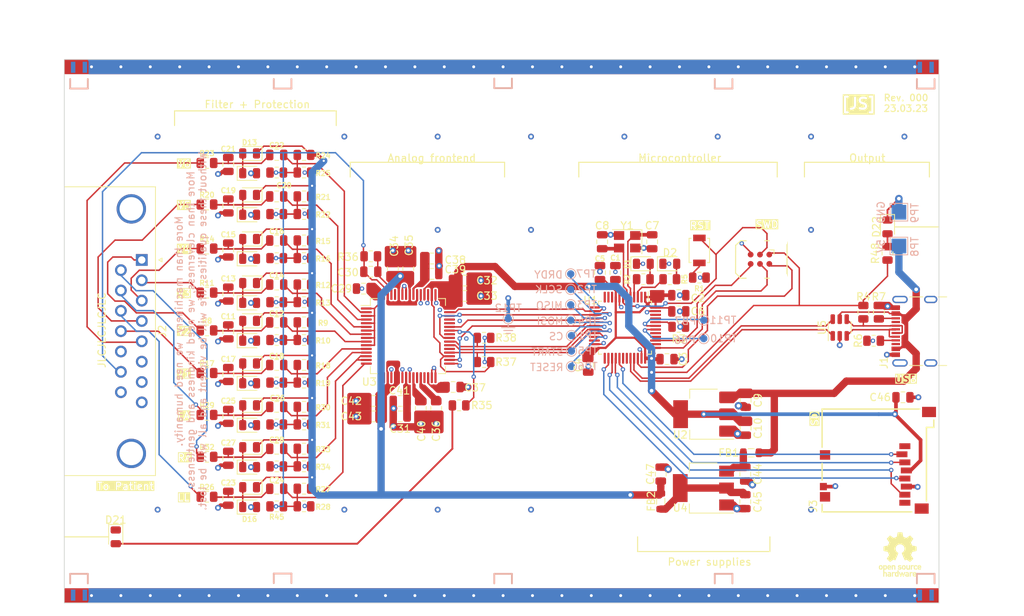
<source format=kicad_pcb>
(kicad_pcb (version 20221018) (generator pcbnew)
  (layers (0 "F.Cu" signal) (1 "In1.Cu" signal) (2 "In2.Cu" signal) (31 "B.Cu" signal) (34 "B.Paste" user) (35 "F.Paste" user) (36 "B.SilkS" user "B.Silkscreen") (37 "F.SilkS" user "F.Silkscreen") (38 "B.Mask" user) (39 "F.Mask" user) (44 "Edge.Cuts" user))
  (net 0 "")
  (net 1 "/STM32F1/NRST")
  (net 2 "GND")
  (net 3 "+3V3")
  (net 4 "/STM32F1/OSC_IN")
  (net 5 "/STM32F1/OSC_OUT")
  (net 6 "/Power/VBUS")
  (net 7 "Net-(D1-A)")
  (net 8 "Net-(D2-A)")
  (net 9 "/Power/CC1")
  (net 10 "USB_D+")
  (net 11 "USB_D-")
  (net 15 "Net-(R1-Pad2)")
  (net 16 "/STM32F1/STATUS_LED")
  (net 17 "/STM32F1/BOOT0")
  (net 18 "/STM32F1/ERROR_LED")
  (net 19 "/STM32F1/SWDIO")
  (net 20 "/STM32F1/SWCLK")
  (net 21 "/STM32F1/SWSWO")
  (net 23 "/STM32F1/PA0")
  (net 24 "/STM32F1/PA1")
  (net 25 "/STM32F1/UART2_TX{slash}PA2")
  (net 26 "/STM32F1/UART2_RX{slash}PA3")
  (net 27 "/AFE/VREFP")
  (net 28 "/AFE/VCAP1")
  (net 29 "/AFE/VCAP2")
  (net 30 "/AFE/VCAP3")
  (net 31 "/STM32F1/I2C2_SCL{slash}PB10")
  (net 32 "/STM32F1/I2C2_SDA{slash}PB11")
  (net 33 "/STM32F1/PB12")
  (net 34 "/STM32F1/PA9")
  (net 35 "/STM32F1/PA10")
  (net 37 "/STM32F1/PB4")
  (net 38 "/STM32F1/PB5")
  (net 39 "/STM32F1/PB6")
  (net 40 "/STM32F1/PB7")
  (net 41 "/STM32F1/PB8")
  (net 42 "/STM32F1/PB9")
  (net 43 "/Power/CC2")
  (net 44 "Net-(D3-A)")
  (net 45 "/AFE/V2_filtered")
  (net 46 "Net-(D5-A)")
  (net 47 "/AFE/V3_filtered")
  (net 48 "Net-(D7-A)")
  (net 49 "/AFE/V4_filtered")
  (net 50 "Net-(D10-K)")
  (net 51 "/AFE/V1_filtered")
  (net 52 "Net-(D11-A)")
  (net 53 "/AFE/V5_filtered")
  (net 54 "Net-(D13-A)")
  (net 55 "/AFE/V6_filtered")
  (net 56 "Net-(D15-A)")
  (net 57 "/AFE/LL_filtered")
  (net 58 "Net-(D17-A)")
  (net 59 "/AFE/LA_filtered")
  (net 60 "Net-(D19-A)")
  (net 61 "/AFE/RA_filtered")
  (net 62 "/AFE/WCT")
  (net 63 "RL")
  (net 64 "Net-(U3-RLDINV)")
  (net 65 "/AFE/VCAP4")
  (net 66 "+3.3VADC")
  (net 67 "Net-(U4-VI)")
  (net 68 "Net-(U4-VO)")
  (net 69 "Net-(D21-A)")
  (net 70 "/AFE/V2")
  (net 71 "/AFE/V3")
  (net 72 "/AFE/V4")
  (net 73 "/AFE/V5")
  (net 74 "/AFE/V6")
  (net 77 "/AFE/RA")
  (net 78 "/AFE/LA")
  (net 79 "/AFE/LL")
  (net 80 "/AFE/V1")
  (net 83 "/AFE/ADS_STATUS")
  (net 84 "/AFE/~{RESET}")
  (net 85 "/AFE/~{CS}")
  (net 90 "/AFE/MOSI")
  (net 92 "/AFE/START")
  (net 93 "/AFE/SCLK")
  (net 95 "/AFE/MISO")
  (net 99 "/AFE/~{DRDY}")
  (net 102 "/SD_CS")
  (net 103 "/SPI2_MOSI")
  (net 104 "/SPI2_CLK")
  (net 105 "/SPI2_MISO")
  (net 107 "/Power/U_USB_D+")
  (net 108 "/Power/U_USB_D-")
  (net 109 "Net-(D22-A)")
  (footprint "Resistor_SMD:R_0805_2012Metric" (layer "F.Cu") (at 85.9125 68.69375)
    (fp_text reference "R31")
    (fp_text value "R")
  )
  (footprint "Diode_SMD:D_0805_2012Metric" (layer "F.Cu") (at 78.5125 68.79375)
    (fp_text reference "D18" hide)
    (fp_text value "D")
  )
  (footprint "Diode_SMD:D_0805_2012Metric" (layer "F.Cu") (at 78.5125 77.24375 180)
    (fp_text reference "D15" hide)
    (fp_text value "D")
  )
  (footprint "Capacitor_SMD:C_0805_2012Metric" (layer "F.Cu") (at 126.18 48.02 90)
    (fp_text reference "C5")
    (fp_text value "100nF")
  )
  (footprint "Button_Switch_SMD:SW_SPST_B3U-1100P" (layer "F.Cu") (at 140.525 45 90)
    (fp_text reference "SW1" hide)
    (fp_text value "SW_Push")
  )
  (footprint "Capacitor_SMD:C_0805_2012Metric" (layer "F.Cu") (at 75.6125 44.94375 -90)
    (fp_text reference "C15")
    (fp_text value "C")
  )
  (footprint "Resistor_SMD:R_0805_2012Metric" (layer "F.Cu") (at 85.9125 31.99375 180)
    (fp_text reference "R24")
    (fp_text value "R")
  )
  (footprint "Resistor_SMD:R_0805_2012Metric" (layer "F.Cu") (at 72.7125 44.74375)
    (fp_text reference "R14")
    (fp_text value "10k")
  )
  (footprint "Package_TO_SOT_SMD:SOT-23-6" (layer "F.Cu") (at 158.8 55.5 90)
    (fp_text reference "U5")
    (fp_text value "~")
  )
  (footprint "Resistor_SMD:R_0805_2012Metric" (layer "F.Cu") (at 82.2 74.40625)
    (fp_text reference "R47" hide)
    (fp_text value "R")
  )
  (footprint "Capacitor_SMD:C_0805_2012Metric" (layer "F.Cu") (at 167.4 65)
    (fp_text reference "C46")
    (fp_text value "100n")
  )
  (footprint "Resistor_SMD:R_0805_2012Metric" (layer "F.Cu") (at 72.7125 50.74375)
    (fp_text reference "R11")
    (fp_text value "10k")
  )
  (footprint "Resistor_SMD:R_0805_2012Metric" (layer "F.Cu") (at 110.4 60.2 180)
    (fp_text reference "R37")
    (fp_text value "10k")
  )
  (footprint "Resistor_SMD:R_0805_2012Metric" (layer "F.Cu") (at 82.2 40.05)
    (fp_text reference "R43" hide)
    (fp_text value "R")
  )
  (footprint "Capacitor_SMD:C_0805_2012Metric" (layer "F.Cu") (at 128.28 48.02 90)
    (fp_text reference "C1")
    (fp_text value "100nF")
  )
  (footprint "LED_SMD:LED_0805_2012Metric" (layer "F.Cu") (at 135.68 46.82)
    (fp_text reference "D2")
    (fp_text value "LED")
  )
  (footprint "Resistor_SMD:R_0805_2012Metric" (layer "F.Cu") (at 72.7125 73.1)
    (fp_text reference "R32")
    (fp_text value "10k")
  )
  (footprint "Package_TO_SOT_SMD:SOT-223-3_TabPin2" (layer "F.Cu") (at 140.3 67.3 180)
    (fp_text reference "U2")
    (fp_text value "AMS1117-3.3")
  )
  (footprint "Capacitor_SMD:C_0805_2012Metric" (layer "F.Cu") (at 126.48 43.82 90)
    (fp_text reference "C8")
    (fp_text value "C")
  )
  (footprint "Diode_SMD:D_0805_2012Metric" (layer "F.Cu") (at 78.5125 79.94375)
    (fp_text reference "D16")
    (fp_text value "D")
  )
  (footprint "Capacitor_SMD:C_0805_2012Metric" (layer "F.Cu") (at 101.8 66.5 -90)
    (fp_text reference "C40")
    (fp_text value "1u")
  )
  (footprint "Package_TO_SOT_SMD:SOT-223-3_TabPin2" (layer "F.Cu") (at 140.25 77.35625 180)
    (fp_text reference "U4")
    (fp_text value "AMS1117-3.3")
  )
  (footprint "Capacitor_SMD:C_0805_2012Metric" (layer "F.Cu") (at 134.45 75.45625 90)
    (fp_text reference "C47")
    (fp_text value "100n")
  )
  (footprint "Capacitor_SMD:C_0805_2012Metric" (layer "F.Cu") (at 136.9 53.3)
    (fp_text reference "C6")
    (fp_text value "10uF")
  )
  (footprint "Capacitor_SMD:C_0805_2012Metric" (layer "F.Cu") (at 99 67.6 180)
    (fp_text reference "C31")
    (fp_text value "10u")
  )
  (footprint "Diode_SMD:D_0805_2012Metric" (layer "F.Cu") (at 78.5125 52.14375)
    (fp_text reference "D6" hide)
    (fp_text value "D")
  )
  (footprint "Crystal:Crystal_SMD_3225-4Pin_3.2x2.5mm" (layer "F.Cu") (at 129.88 43.82 180)
    (fp_text reference "Y1")
    (fp_text value "8 MHz")
  )
  (footprint "Capacitor_SMD:C_0805_2012Metric" (layer "F.Cu") (at 106.2 63.6)
    (fp_text reference "C37")
    (fp_text value "1u")
  )
  (footprint "Capacitor_SMD:C_0805_2012Metric" (layer "F.Cu") (at 82.2 77.45)
    (fp_text reference "C24")
    (fp_text value "C")
  )
  (footprint "Inductor_SMD:L_0805_2012Metric" (layer "F.Cu") (at 146.75 72.55625 180)
    (fp_text reference "FB1")
    (fp_text value "FerriteBead")
  )
  (footprint "Resistor_SMD:R_0805_2012Metric" (layer "F.Cu") (at 95 45.8)
    (fp_text reference "R36")
    (fp_text value "1M")
  )
  (footprint "Resistor_SMD:R_0805_2012Metric" (layer "F.Cu") (at 72.7125 38.74375)
    (fp_text reference "R20")
    (fp_text value "10k")
  )
  (footprint "Resistor_SMD:R_0805_2012Metric" (layer "F.Cu") (at 107.0125 66.1 180)
    (fp_text reference "R35")
    (fp_text value "1k")
  )
  (footprint "Resistor_SMD:R_0805_2012Metric" (layer "F.Cu") (at 82.2 63)
    (fp_text reference "R42" hide)
    (fp_text value "R")
  )
  (footprint "Diode_SMD:D_0805_2012Metric" (layer "F.Cu") (at 78.5125 40.14375)
    (fp_text reference "D12" hide)
    (fp_text value "D")
  )
  (footprint "Diode_SMD:D_0805_2012Metric" (layer "F.Cu") (at 78.5125 49.44375 180)
    (fp_text reference "D5" hide)
    (fp_text value "D")
  )
  (footprint "Capacitor_SMD:C_0805_2012Metric" (layer "F.Cu") (at 75.6125 78.74375 -90)
    (fp_text reference "C23")
    (fp_text value "C")
  )
  (footprint "Connector:Tag-Connect_TC2030-IDC-FP_2x03_P1.27mm_Vertical" (layer "F.Cu") (at 147.95 46.2 180)
    (fp_text reference "TC1" hide)
    (fp_text value "TC2030-IDC")
  )
  (footprint "Capacitor_SMD:C_0805_2012Metric" (layer "F.Cu") (at 146 69.21 -90)
    (fp_text reference "C10")
    (fp_text value "4u7")
  )
  (footprint "Resistor_SMD:R_0805_2012Metric" (layer "F.Cu") (at 72.7125 67.39375)
    (fp_text reference "R29")
    (fp_text value "10k")
  )
  (footprint "Capacitor_SMD:C_0805_2012Metric" (layer "F.Cu") (at 133.28 43.82 -90)
    (fp_text reference "C7")
    (fp_text value "C")
  )
  (footprint "Connector_Dsub:DSUB-15_Male_Horizontal_P2.77x2.84mm_EdgePinOffset7.70mm_Housed_MountingHolesOffset9.12mm" (layer "F.Cu") (at 63.84 46.3 -90)
    (fp_text reference "J2")
    (fp_text value "Conn_01x15")
  )
  (footprint "Connector_USB:USB_C_Receptacle_GCT_USB4105-xx-A_16P_TopMnt_Horizontal" (layer "F.Cu") (at 170.105 56 90)
    (fp_text reference "J1")
    (fp_text value "USB_C_Receptacle_USB2.0")
  )
  (footprint "Resistor_SMD:R_0805_2012Metric" (layer "F.Cu") (at 85.9125 52.04375)
    (fp_text reference "R13")
    (fp_text value "R")
  )
  (footprint "Diode_SMD:D_0805_2012Metric" (layer "F.Cu") (at 78.5125 46.14375)
    (fp_text reference "D8" hide)
    (fp_text value "D")
  )
  (footprint "Diode_SMD:D_0805_2012Metric" (layer "F.Cu") (at 78.5125 66.09375 180)
    (fp_text reference "D17" hide)
    (fp_text value "D")
  )
  (footprint "Resistor_SMD:R_0805_2012Metric" (layer "F.Cu") (at 72.7125 61.69375)
    (fp_text reference "R17")
    (fp_text value "10k")
  )
  (footprint "LED_SMD:LED_0805_2012Metric" (layer "F.Cu") (at 165.3 41.8 -90)
    (fp_text reference "D22")
    (fp_text value "LED")
  )
  (footprint "Resistor_SMD:R_0805_2012Metric" (layer "F.Cu") (at 82.2 79.85)
    (fp_text reference "R45")
    (fp_text value "R")
  )
  (footprint "Capacitor_SMD:C_0805_2012Metric" (layer "F.Cu") (at 95 47.9)
    (fp_text reference "C30")
    (fp_text value "1.5n")
  )
  (footprint "Resistor_SMD:R_0805_2012Metric" (layer "F.Cu") (at 72.7125 33.09375)
    (fp_text reference "R23")
    (fp_text value "10k")
  )
  (footprint "3rd Party Footprints:GCT_MEM2051-00-195-00-A" (layer "F.Cu") (at 164 73.6 90)
    (fp_text reference "J3")
    (fp_text value "Micro_SD_Card")
  )
  (footprint "Resistor_SMD:R_0805_2012Metric" (layer "F.Cu") (at 85.9125 43.64375 180)
    (fp_text reference "R15")
    (fp_text value "R")
  )
  (footprint "Diode_SMD:D_0805_2012Metric" (layer "F.Cu") (at 78.5125 54.59375 180)
    (fp_text reference "D3" hide)
    (fp_text value "D")
  )
  (footprint "Resistor_SMD:R_0805_2012Metric" (layer "F.Cu") (at 82.2 68.7)
    (fp_text reference "R46" hide)
    (fp_text value "R")
  )
  (footprint "LED_SMD:LED_0805_2012Metric" (layer "F.Cu") (at 132.08 46.82)
    (fp_text reference "D1")
    (fp_text value "LED")
  )
  (footprint "Diode_SMD:D_0805_2012Metric" (layer "F.Cu") (at 78.5125 60.39375 180)
    (fp_text reference "D9" hide)
    (fp_text value "D")
  )
  (footprint "Resistor_SMD:R_0805_2012Metric" (layer "F.Cu") (at 72.7125 55.89375)
    (fp_text reference "R8")
    (fp_text value "10k")
  )
  (footprint "Resistor_SMD:R_0805_2012Metric" (layer "F.Cu") (at 85.9125 66.29375 180)
    (fp_text reference "R30")
    (fp_text value "R")
  )
  (footprint "Resistor_SMD:R_0805_2012Metric" (layer "F.Cu") (at 165.3 45.4 90)
    (fp_text reference "R48")
    (fp_text value "1k")
  )
  (footprint "Capacitor_SMD:C_0805_2012Metric" (layer "F.Cu") (at 82.2 37.65)
    (fp_text reference "C20")
    (fp_text value "C")
  )
  (footprint "Resistor_SMD:R_0805_2012Metric" (layer "F.Cu") (at 135.68 48.92)
    (fp_text reference "R5")
    (fp_text value "3.3k")
  )
  (footprint "Capacitor_SMD:C_0805_2012Metric" (layer "F.Cu") (at 95.4 67.6 180)
    (fp_text reference "C43")
    (fp_text value "100n")
  )
  (footprint "Diode_SMD:D_0805_2012Metric" (layer "F.Cu") (at 78.5125 34.49375)
    (fp_text reference "D14" hide)
    (fp_text value "D")
  )
  (footprint "Diode_SMD:D_0805_2012Metric" (layer "F.Cu") (at 78.5125 37.44375 180)
    (fp_text reference "D11" hide)
    (fp_text value "D")
  )
  (footprint "Resistor_SMD:R_0805_2012Metric" (layer "F.Cu") (at 72.7125 78.54375)
    (fp_text reference "R26")
    (fp_text value "10k")
  )
  (footprint "Capacitor_SMD:C_0805_2012Metric" (layer "F.Cu") (at 82.2 43.65)
    (fp_text reference "C16")
    (fp_text value "C")
  )
  (footprint "Resistor_SMD:R_0805_2012Metric" (layer "F.Cu") (at 132.08 48.92)
    (fp_text reference "R2")
    (fp_text value "3.3k")
  )
  (footprint "Diode_SMD:D_0805_2012Metric" (layer "F.Cu") (at 78.5125 71.8 180)
    (fp_text reference "D19" hide)
    (fp_text value "D")
  )
  (footprint "Resistor_SMD:R_0805_2012Metric" (layer "F.Cu") (at 85.9125 79.84375)
    (fp_text reference "R28")
    (fp_text value "R")
  )
  (footprint "Capacitor_SMD:C_0805_2012Metric" (layer "F.Cu") (at 103.9 66.5 -90)
    (fp_text reference "C36")
    (fp_text value "22u")
  )
  (footprint "Symbol:OSHW-Logo_5.7x6mm_SilkScreen" (layer "F.Cu") (at 167 86.4)
    (fp_text reference "REF**" hide)
    (fp_text value "OSHW-Logo_5.7x6mm_SilkScreen" hide)
  )
  (footprint "Capacitor_SMD:C_0805_2012Metric" (layer "F.Cu") (at 103.3 48.2)
    (fp_text reference "C39")
    (fp_text value "100n")
  )
  (footprint "Capacitor_SMD:C_0805_2012Metric" (layer "F.Cu") (at 82.2 49.65)
    (fp_text reference "C14")
    (fp_text value "C")
  )
  (footprint "Resistor_SMD:R_0805_2012Metric" (layer "F.Cu") (at 85.9125 40.04375)
    (fp_text reference "R22")
    (fp_text value "R")
  )
  (footprint "Capacitor_SMD:C_0805_2012Metric" (layer "F.Cu") (at 146 65.41 -90)
    (fp_text reference "C9")
    (fp_text value "4u7")
  )
  (footprint "Capacitor_SMD:C_0805_2012Metric" (layer "F.Cu") (at 75.6125 50.94375 -90)
    (fp_text reference "C13")
    (fp_text value "C")
  )
  (footprint "Capacitor_SMD:C_0805_2012Metric" (layer "F.Cu") (at 75.6125 61.89375 -90)
    (fp_text reference "C17")
    (fp_text value "C")
  )
  (footprint "Capacitor_SMD:C_0805_2012Metric" (layer "F.Cu") (at 82.2 72.00625)
    (fp_text reference "C28")
    (fp_text value "C")
  )
  (footprint "Diode_SMD:D_0805_2012Metric" (layer "F.Cu") (at 78.5125 43.44375 180)
    (fp_text reference "D7" hide)
    (fp_text value "D")
  )
  (footprint "Diode_SMD:D_0805_2012Metric" (layer "F.Cu") (at 78.5125 31.79375 180)
    (fp_text reference "D13")
    (fp_text value "D")
  )
  (footprint "Resistor_SMD:R_0805_2012Metric" (layer "F.Cu") (at 164.125 53.4075 -90)
    (fp_text reference "R7")
    (fp_text value "5k1")
  )
  (footprint "Capacitor_SMD:C_0805_2012Metric" (layer "F.Cu") (at 124.58 60.62 -90)
    (fp_text reference "C4")
    (fp_text value "100nF")
  )
  (footprint "Resistor_SMD:R_0805_2012Metric" (layer "F.Cu") (at 85.9125 60.59375 180)
    (fp_text reference "R18")
    (fp_text value "R")
  )
  (footprint "Capacitor_SMD:C_0805_2012Metric" (layer "F.Cu") (at 75.6125 67.59375 -90)
    (fp_text reference "C25")
    (fp_text value "C")
  )
  (footprint "Resistor_SMD:R_0805_2012Metric" (layer "F.Cu") (at 82.2 34.4)
    (fp_text reference "R44" hide)
    (fp_text value "R")
  )
  (footprint "Resistor_SMD:R_0805_2012Metric" (layer "F.Cu") (at 82.2 52.05)
    (fp_text reference "R40" hide)
    (fp_text value "R")
  )
  (footprint "Resistor_SMD:R_0805_2012Metric" (layer "F.Cu") (at 110.4 56.9 180)
    (fp_text reference "R38")
    (fp_text value "10k")
  )
  (footprint "Diode_SMD:D_0805_2012Metric" (layer "F.Cu") (at 78.5125 57.29375)
    (fp_text reference "D4" hide)
    (fp_text value "D")
  )
  (footprint "Capacitor_SMD:C_0805_2012Metric" (layer "F.Cu") (at 82.2 54.8)
    (fp_text reference "C12")
    (fp_text value "C")
  )
  (footprint "LED_SMD:LED_0805_2012Metric" (layer "F.Cu") (at 60.3 84 -90)
    (fp_text reference "D21")
    (fp_text value "LED")
  )
  (footprint "Diode_SMD:D_0805_2012Metric" (layer "F.Cu") (at 78.5125 63.09375)
    (fp_text reference "D10" hide)
    (fp_text value "D")
  )
  (footprint "Capacitor_SMD:C_0805_2012Metric" (layer "F.Cu") (at 100.1 47.5 90)
    (fp_text reference "C35")
    (fp_text value "1u")
  )
  (footprint "Capacitor_SMD:C_0805_2012Metric" (layer "F.Cu") (at 82.2 66.3)
    (fp_text reference "C26")
    (fp_text value "C")
  )
  (footprint "Diode_SMD:D_0805_2012Metric" (layer "F.Cu") (at 78.5125 74.5)
    (fp_text reference "D20" hide)
    (fp_text value "D")
  )
  (footprint "Resistor_SMD:R_0805_2012Metric" (layer "F.Cu") (at 85.9125 74.4)
    (fp_text reference "R34")
    (fp_text value "R")
  )
  (footprint "Capacitor_SMD:C_0805_2012Metric" (layer "F.Cu") (at 82.2 32)
    (fp_text reference "C22")
    (fp_text value "C")
  )
  (footprint "Capacitor_SMD:C_0805_2012Metric" (layer "F.Cu") (at 107.8 51.2)
    (fp_text reference "C33")
    (fp_text value "1u")
  )
  (footprint "Capacitor_SMD:C_0805_2012Metric" (layer "F.Cu") (at 94 50.2 180)
    (fp_text reference "C29")
    (fp_text value "C")
  )
  (footprint "Resistor_SMD:R_0805_2012Metric" (layer "F.Cu") (at 82.2 57.2)
    (fp_text reference "R39" hide)
    (fp_text value "R")
  )
  (footprint "Capacitor_SMD:C_0805_2012Metric" (layer "F.Cu") (at 98 47.5 90)
    (fp_text reference "C34")
    (fp_text value "100n")
  )
  (footprint "Capacitor_SMD:C_0805_2012Metric" (layer "F.Cu") (at 145.95 79.20625 -90)
    (fp_text reference "C45")
    (fp_text value "10u")
  )
  (footprint "Resistor_SMD:R_0805_2012Metric" (layer "F.Cu") (at 136.9 55.4 180)
    (fp_text reference "R3")
    (fp_text value "10k")
  )
  (footprint "Resistor_SMD:R_0805_2012Metric" (layer "F.Cu") (at 139.705 48.7 180)
    (fp_text reference "R1")
    (fp_text value "1k")
  )
  (footprint "Capacitor_SMD:C_0805_2012Metric" (layer "F.Cu") (at 95.4 65.5 180)
    (fp_text reference "C42")
    (fp_text value "1u")
  )
  (footprint "Capacitor_SMD:C_0805_2012Metric" (layer "F.Cu") (at 75.6125 73.3 -90)
    (fp_text reference "C27")
    (fp_text value "C")
  )
  (footprint "Resistor_SMD:R_0805_2012Metric" (layer "F.Cu") (at 85.9125 34.39375)
    (fp_text reference "R25")
    (fp_text value "R")
  )
  (footprint "Capacitor_SMD:C_0805_2012Metric" (layer "F.Cu") (at 82.2 60.6)
    (fp_text reference "C18")
    (fp_text value "C")
  )
  (footprint "Capacitor_SMD:C_0805_2012Metric" (layer "F.Cu") (at 99 65.5 180)
    (fp_text reference "C41")
    (fp_text value "100n")
  )
  (footprint "Resistor_SMD:R_0805_2012Metric" (layer "F.Cu") (at 85.9125 37.64375 180)
    (fp_text reference "R21")
    (fp_text value "R")
  )
  (footprint "Resistor_SMD:R_0805_2012Metric" (layer "F.Cu") (at 85.9125 62.99375)
    (fp_text reference "R19")
    (fp_text value "R")
  )
  (footprint "Resistor_SMD:R_0805_2012Metric" (layer "F.Cu") (at 85.9125 49.64375 180)
    (fp_text reference "R12")
    (fp_text value "R")
  )
  (footprint "Resistor_SMD:R_0805_2012Metric" (layer "F.Cu") (at 85.9125 54.79375 180)
    (fp_text reference "R9")
    (fp_text value "R")
  )
  (footprint "Capacitor_SMD:C_0805_2012Metric" (layer "F.Cu") (at 75.6125 38.94375 -90)
    (fp_text reference "C19")
    (fp_text value "C")
  )
  (footprint "Capacitor_SMD:C_0805_2012Metric" (layer "F.Cu") (at 136.9 51.1)
    (fp_text reference "C2")
    (fp_text value "100nF")
  )
  (footprint "Capacitor_SMD:C_0805_2012Metric" (layer "F.Cu") (at 103.3 46.1)
    (fp_text reference "C38")
    (fp_text value "1u")
  )
  (footprint "Resistor_SMD:R_0805_2012Metric" (layer "F.Cu") (at 163.415 57.3 180)
    (fp_text reference "R6")
    (fp_text value "5k1")
  )
  (footprint "Resistor_SMD:R_0805_2012Metric" (layer "F.Cu") (at 85.9125 57.19375)
    (fp_text reference "R10")
    (fp_text value "R")
  )
  (footprint "Capacitor_SMD:C_0805_2012Metric" (layer "F.Cu") (at 75.6125 33.29375 -90)
    (fp_text reference "C21")
    (fp_text value "C")
  )
  (footprint "Capacitor_SMD:C_0805_2012Metric" (layer "F.Cu") (at 107.8 49.1)
    (fp_text reference "C32")
    (fp_text value "100n")
  )
  (footprint "Package_QFP:TQFP-64_10x10mm_P0.5mm" (layer "F.Cu") (at 100.05 56.6625)
    (fp_text reference "U3")
    (fp_text value "ADS1298xPAG")
  )
  (footprint "Resistor_SMD:R_0805_2012Metric" (layer "F.Cu") (at 85.9125 46.04375)
    (fp_text reference "R16")
    (fp_text value "R")
  )
  (footprint "Capacitor_SMD:C_0805_2012Metric" (layer "F.Cu") (at 75.6125 56.09375 -90)
    (fp_text reference "C11")
    (fp_text value "C")
  )
  (footprint "Resistor_SMD:R_0805_2012Metric" (layer "F.Cu") (at 82.2 46.05)
    (fp_text reference "R41" hide)
    (fp_text value "R")
  )
  (footprint "Capacitor_SMD:C_0805_2012Metric" (layer "F.Cu") (at 145.95 75.45625 -90)
    (fp_text reference "C44")
    (fp_text value "4u7")
  )
  (footprint "Capacitor_SMD:C_0805_2012Metric" (layer "F.Cu") (at 135.3 59.8)
    (fp_text reference "C3")
    (fp_text value "100nF")
  )
  (footprint "Inductor_SMD:L_0805_2012Metric" (layer "F.Cu") (at 134.45 79.15625 90)
    (fp_text reference "FB2")
    (fp_text value "FerriteBead")
  )
  (footprint "Resistor_SMD:R_0805_2012Metric" (layer "F.Cu") (at 162.015 53.4125 90)
    (fp_text reference "R4")
    (fp_text value "1.5k")
  )
  (footprint "Resistor_SMD:R_0805_2012Metric" (layer "F.Cu") (at 85.9125 72 180)
    (fp_text reference "R33")
    (fp_text value "R")
  )
  (footprint "Package_QFP:LQFP-48_7x7mm_P0.5mm" (layer "F.Cu") (at 129.58 55.52 -90)
    (fp_text reference "U1")
    (fp_text value "STM32F103CBTx")
  )
  (footprint "Resistor_SMD:R_0805_2012Metric" (layer "F.Cu") (at 85.9125 77.44375 180)
    (fp_text reference "R27")
    (fp_text value "R")
  )
  (footprint "TestPoint:TestPoint_Pad_D1.0mm" (layer "B.Cu") (at 122.2 54.5)
    (fp_text reference "TP4")
    (fp_text value "TestPoint_Small")
  )
  (footprint "ScopefunPackagesLibrary:EMI_SHLD_FINGER_0820" (layer "B.Cu") (at 83 91.9)
    (fp_text reference "SHLD4" hide)
    (fp_text value "SHLD_FINGER_0820")
  )
  (footprint "TestPoint:TestPoint_Pad_D1.0mm" (layer "B.Cu") (at 122.2 48.2 90)
    (fp_text reference "TP7")
    (fp_text value "TestPoint_Small")
  )
  (footprint "TestPoint:TestPoint_Pad_2.0x2.0mm" (layer "B.Cu") (at 166.85 44.4 -90)
    (fp_text reference "TP8")
    (fp_text value "TestPoint")
  )
  (footprint "ScopefunPackagesLibrary:EMI_SHLD_FINGER_0820" (layer "B.Cu") (at 143 20.0615 180)
    (fp_text reference "SHLD4" hide)
    (fp_text value "SHLD_FINGER_0820")
  )
  (footprint "TestPoint:TestPoint_Pad_D1.0mm" (layer "B.Cu") (at 122.2 52.4 90)
    (fp_text reference "TP3")
    (fp_text value "TestPoint_Small")
  )
  (footprint "TestPoint:TestPoint_Pad_2.0x2.0mm" (layer "B.Cu") (at 166.85 39.8 -90)
    (fp_text reference "TP9")
    (fp_text value "TestPoint")
  )
  (footprint "TestPoint:TestPoint_Pad_D1.0mm" (layer "B.Cu") (at 140.3 57 180)
    (fp_text reference "TP10")
    (fp_text value "TestPoint")
  )
  (footprint "ScopefunPackagesLibrary:EMI_SHLD_FINGER_0820" (layer "B.Cu") (at 83 20.0615 180)
    (fp_text reference "SHLD4" hide)
    (fp_text value "SHLD_FINGER_0820")
  )
  (footprint "TestPoint:TestPoint_Pad_D1.0mm" (layer "B.Cu") (at 122.3 58.7 180)
    (fp_text reference "TP5")
    (fp_text value "TestPoint_Small")
  )
  (footprint "TestPoint:TestPoint_Pad_D1.0mm" (layer "B.Cu") (at 122.2 50.3 90)
    (fp_text reference "TP2")
    (fp_text value "TestPoint_Small")
  )
  (footprint "TestPoint:TestPoint_Pad_D1.0mm" (layer "B.Cu") (at 140.3 54.5 180)
    (fp_text reference "TP11")
    (fp_text value "TestPoint")
  )
  (footprint "ScopefunPackagesLibrary:EMI_SHLD_FINGER_0820" (layer "B.Cu") (at 143 91.9385)
    (fp_text reference "SHLD4" hide)
    (fp_text value "SHLD_FINGER_0820")
  )
  (footprint "ScopefunPackagesLibrary:EMI_SHLD_FINGER_0820" (layer "B.Cu") (at 113 91.9385)
    (fp_text reference "SHLD4" hide)
    (fp_text value "SHLD_FINGER_0820")
  )
  (footprint "TestPoint:TestPoint_Pad_D1.0mm" (layer "B.Cu") (at 113.7 54.3 180)
    (fp_text reference "TP12")
    (fp_text value "TestPoint")
  )
  (footprint "TestPoint:TestPoint_Pad_D1.0mm" (layer "B.Cu") (at 122.3 56.6 180)
    (fp_text reference "TP1")
    (fp_text value "TestPoint_Small")
  )
  (footprint "TestPoint:TestPoint_Pad_D1.0mm" (layer "B.Cu") (at 122.3 60.8 180)
    (fp_text reference "TP6")
    (fp_text value "TestPoint_Small")
  )
  (footprint "ScopefunPackagesLibrary:EMI_SHLD_FINGER_0820" (layer "B.Cu") (at 55.3 20.0615 180)
    (fp_text reference "SHLD4" hide)
    (fp_text value "SHLD_FINGER_0820")
  )
  (footprint "ScopefunPackagesLibrary:EMI_SHLD_FINGER_0820" (layer "B.Cu") (at 170.5 20.0615 180)
    (fp_text reference "SHLD4" hide)
    (fp_text value "SHLD_FINGER_0820")
  )
  (footprint "ScopefunPackagesLibrary:EMI_SHLD_FINGER_0820" (layer "B.Cu") (at 113 20 180)
    (fp_text reference "SHLD4" hide)
    (fp_text value "SHLD_FINGER_0820")
  )
  (footprint "ScopefunPackagesLibrary:EMI_SHLD_FINGER_0820" (layer "B.Cu") (at 170.5 91.9385)
    (fp_text reference "SHLD4" hide)
    (fp_text value "SHLD_FINGER_0820")
  )
  (footprint "ScopefunPackagesLibrary:EMI_SHLD_FINGER_0820" (layer "B.Cu") (at 55.3 91.9385)
    (fp_text reference "SHLD4" hide)
    (fp_text value "SHLD_FINGER_0820")
  )
  (gr_line (start 112.8 55.5) (end 114.6 55.5) (stroke (width 0.15)) (layer "B.SilkS"))
  (gr_line (start 113.1 55.9) (end 114.3 55.9) (stroke (width 0.15)) (layer "B.SilkS"))
  (gr_line (start 113.7 55) (end 113.7 55.5) (stroke (width 0.15)) (layer "B.SilkS"))
  (gr_line (start 113.4 56.3) (end 114 56.3) (stroke (width 0.15)) (layer "B.SilkS"))
  (gr_line (start 171 33) (end 171 35) (stroke (width 0.15)) (layer "F.SilkS"))
  (gr_line (start 149.3 86) (end 131.3 86) (stroke (width 0.15)) (layer "F.SilkS"))
  (gr_line (start 146.11 43.684) (end 145.33 43.684) (stroke (width 0.15)) (layer "F.SilkS"))
  (gr_line (start 144.63 48.085) (end 145.33 48.784) (stroke (width 0.15)) (layer "F.SilkS"))
  (gr_line (start 148.61 48.784) (end 149.21 48.784) (stroke (width 0.15)) (layer "F.SilkS"))
  (gr_line (start 144.639874 44.305125) (end 145.33 43.684) (stroke (width 0.15)) (layer "F.SilkS"))
  (gr_line (start 131.3 86) (end 131.3 84) (stroke (width 0.15)) (layer "F.SilkS"))
  (gr_line (start 151.63 43.815) (end 151.63 48.515) (stroke (width 0.15)) (layer "F.SilkS"))
  (gr_line (start 144.639874 44.305125) (end 144.63 48.085) (stroke (width 0.15)) (layer "F.SilkS"))
  (gr_line (start 68.3 26) (end 90.3 26) (stroke (width 0.15)) (layer "F.SilkS"))
  (gr_line (start 123.3 35) (end 123.3 33) (stroke (width 0.15)) (layer "F.SilkS"))
  (gr_line (start 154 33) (end 171 33) (stroke (width 0.15)) (layer "F.SilkS"))
  (gr_line (start 148.61 43.684) (end 149.21 43.684) (stroke (width 0.15)) (layer "F.SilkS"))
  (gr_line (start 90.3 26) (end 90.3 28) (stroke (width 0.15)) (layer "F.SilkS"))
  (gr_line (start 92.2 35) (end 92.2 33) (stroke (width 0.15)) (layer "F.SilkS"))
  (gr_line (start 145.33 48.784) (end 146.11 48.784) (stroke (width 0.15)) (layer "F.SilkS"))
  (gr_line (start 68.3 28) (end 68.3 26) (stroke (width 0.15)) (layer "F.SilkS"))
  (gr_line (start 113.2 33) (end 113.2 35) (stroke (width 0.15)) (layer "F.SilkS"))
  (gr_line (start 53.3 84) (end 59.3 84) (stroke (width 0.15)) (layer "F.SilkS"))
  (gr_line (start 154 35) (end 154 33) (stroke (width 0.15)) (layer "F.SilkS"))
  (gr_line (start 92.2 33) (end 113.2 33) (stroke (width 0.15)) (layer "F.SilkS"))
  (gr_line (start 172.3 41.8) (end 166.3 41.8) (stroke (width 0.15)) (layer "F.SilkS"))
  (gr_line (start 149.3 84) (end 149.3 86) (stroke (width 0.15)) (layer "F.SilkS"))
  (gr_line (start 123.3 33) (end 150.3 33) (stroke (width 0.15)) (layer "F.SilkS"))
  (gr_line (start 150.3 33) (end 150.3 35) (stroke (width 0.15)) (layer "F.SilkS"))
  (gr_rect locked (start 53.3 19) (end 172.3 93) (stroke (width 0.1)) (fill none) (layer "Edge.Cuts"))
  (gr_text "MOSI" (at 121.3 55.2) (layer "B.SilkS") (effects (font (size 1 1)) (justify left bottom mirror)))
  (gr_text "5V" (at 165 43.4 90) (layer "B.SilkS") (effects (font (size 1 1)) (justify left bottom mirror)))
  (gr_text "GND" (at 165 38.2 90) (layer "B.SilkS") (effects (font (size 1 1)) (justify left bottom mirror)))
  (gr_text "SCLK" (at 121.2 50.9) (layer "B.SilkS") (effects (font (size 1 1)) (justify left bottom mirror)))
  (gr_text "MISO" (at 121.2 53.1) (layer "B.SilkS") (effects (font (size 1 1)) (justify left bottom mirror)))
  (gr_text "DRDY" (at 121.2 48.9) (layer "B.SilkS") (effects (font (size 1 1)) (justify left bottom mirror)))
  (gr_text "PB7" (at 139.4 55.2) (layer "B.SilkS") (effects (font (size 1 1)) (justify left bottom mirror)))
  (gr_text "RESET" (at 121.3 61.5) (layer "B.SilkS") (effects (font (size 1 1)) (justify left bottom mirror)))
  (gr_text "PB6" (at 139.3 57.8) (layer "B.SilkS") (effects (font (size 1 1)) (justify left bottom mirror)))
  (gr_text "CS" (at 121.3 57.3) (layer "B.SilkS") (effects (font (size 1 1)) (justify left bottom mirror)))
  (gr_text "More than machinery, we need humanity.\nMore than cleverness, we need kindness and gentleness.\nWithout these qualities, life will be violent and all will be lost." (at 72.7 56 90) (layer "B.SilkS") (effects (font (size 1 1)) (justify bottom mirror)))
  (gr_text "START" (at 121.3 59.4) (layer "B.SilkS") (effects (font (size 1 1)) (justify left bottom mirror)))
  (gr_text "V3" (at 68.6125 51.44375) (layer "F.SilkS" knockout) (effects (font (size 1 1)) (justify left bottom)))
  (gr_text "Power supplies" (at 135.3 88) (layer "F.SilkS") (effects (font (size 1 1)) (justify left bottom)))
  (gr_text "JLCJLCJLCJLC" (at 59 61.1 90) (layer "F.SilkS") (effects (font (size 1 1)) (justify left bottom)))
  (gr_text "[JS]" (at 158.9 25.9) (layer "F.SilkS" knockout) (effects (font (size 1.5 1.5) (thickness 0.3) bold) (justify left bottom)))
  (gr_text "Analog frontend" (at 97.2 33) (layer "F.SilkS") (effects (font (size 1 1)) (justify left bottom)))
  (gr_text "V5" (at 68.6125 39.44375) (layer "F.SilkS" knockout) (effects (font (size 1 1)) (justify left bottom)))
  (gr_text "Filter + Protection" (at 72.3 25.7) (layer "F.SilkS") (effects (font (size 1 1)) (justify left bottom)))
  (gr_text "LA" (at 68.6125 68.09375) (layer "F.SilkS" knockout) (effects (font (size 1 1)) (justify left bottom)))
  (gr_text "Rev. 000\n23.03.23" (at 164.7 26.2) (layer "F.SilkS") (effects (font (size 0.9 0.9) (thickness 0.15) bold) (justify left bottom)))
  (gr_text "V1" (at 68.6125 62.39375) (layer "F.SilkS" knockout) (effects (font (size 1 1)) (justify left bottom)))
  (gr_text "V6" (at 68.6125 33.79375) (layer "F.SilkS" knockout) (effects (font (size 1 1)) (justify left bottom)))
  (gr_text "RA" (at 68.6125 73.8) (layer "F.SilkS" knockout) (effects (font (size 1 1)) (justify left bottom)))
  (gr_text "SD" (at 156 69 90) (layer "F.SilkS" knockout) (effects (font (size 1 1)) (justify left bottom)))
  (gr_text "SWD" (at 147.25 42.065) (layer "F.SilkS" knockout) (effects (font (size 1 1)) (justify left bottom)))
  (gr_text "V2" (at 68.6125 56.59375) (layer "F.SilkS" knockout) (effects (font (size 1 1)) (justify left bottom)))
  (gr_text "RST" (at 138.305 42.2) (layer "F.SilkS" knockout) (effects (font (size 1 1)) (justify left bottom)))
  (gr_text "V4" (at 68.6125 45.44375) (layer "F.SilkS" knockout) (effects (font (size 1 1)) (justify left bottom)))
  (gr_text "USB" (at 166.2 63.1) (layer "F.SilkS" knockout) (effects (font (size 1 1)) (justify left bottom)))
  (gr_text "LL" (at 68.6125 79.24375) (layer "F.SilkS" knockout) (effects (font (size 1 1)) (justify left bottom)))
  (gr_text "Microcontroller" (at 131.3 33) (layer "F.SilkS") (effects (font (size 1 1)) (justify left bottom)))
  (gr_text "Output" (at 160 33) (layer "F.SilkS") (effects (font (size 1 1)) (justify left bottom)))
  (gr_text "To Patient" (at 57.65 77.7) (layer "F.SilkS" knockout) (effects (font (size 1 1)) (justify left bottom)))
  (segment (start 129.79917 52.5945) (end 129.33 52.12533) (width 0.2) (layer "F.Cu") (net 1))
  (segment (start 129.33 50.58967) (end 129.33 51.3575) (width 0.2) (layer "F.Cu") (net 1))
  (segment (start 131.28 52.5945) (end 129.79917 52.5945) (width 0.2) (layer "F.Cu") (net 1))
  (segment (start 141.9525 45.5475) (end 139.705 43.3) (width 0.2) (layer "F.Cu") (net 1))
  (segment (start 141.98 45.575) (end 141.9525 45.5475) (width 0.2) (layer "F.Cu") (net 1))
  (segment (start 138.8 52) (end 138.807817 52) (width 0.2) (layer "F.Cu") (net 1))
  (segment (start 147.95 45.565) (end 148.9 44.615) (width 0.2) (layer "F.Cu") (net 1))
  (segment (start 148.9 42.7) (end 148.1 41.9) (width 0.2) (layer "F.Cu") (net 1))
  (segment (start 129.33 52.12533) (end 129.33 51.3575) (width 0.2) (layer "F.Cu") (net 1))
  (segment (start 138.6 52.2) (end 138.8 52) (width 0.2) (layer "F.Cu") (net 1))
  (segment (start 135.1 52.2) (end 138.6 52.2) (width 0.2) (layer "F.Cu") (net 1))
  (segment (start 148.9 44.615) (end 148.9 42.7) (width 0.2) (layer "F.Cu") (net 1))
  (segment (start 148.1 41.9) (end 145.6 41.9) (width 0.2) (layer "F.Cu") (net 1))
  (segment (start 141.98 48.827817) (end 141.98 45.575) (width 0.2) (layer "F.Cu") (net 1))
  (segment (start 145.6 41.9) (end 141.9525 45.5475) (width 0.2) (layer "F.Cu") (net 1))
  (segment (start 138.807817 52) (end 141.98 48.827817) (width 0.2) (layer "F.Cu") (net 1))
  (segment (start 128.28 49.53967) (end 129.33 50.58967) (width 0.2) (layer "F.Cu") (net 1))
  (segment (start 128.28 48.97) (end 128.28 49.53967) (width 0.2) (layer "F.Cu") (net 1))
  (via (at 135.1 52.2) (size 0.6) (drill 0.3) (layers "F.Cu" "B.Cu") (net 1))
  (via (at 131.28 52.5945) (size 0.6) (drill 0.3) (layers "F.Cu" "B.Cu") (net 1))
  (segment (start 131.28 52.5945) (end 134.7055 52.5945) (width 0.2) (layer "B.Cu") (net 1))
  (segment (start 134.7055 52.5945) (end 135.1 52.2) (width 0.2) (layer "B.Cu") (net 1))
  (segment (start 79.45 40.14375) (end 78.70625 40.14375) (width 0.2) (layer "F.Cu") (net 2))
  (segment (start 143.4 79.65625) (end 144.3 79.65625) (width 1) (layer "F.Cu") (net 2))
  (segment (start 104.25 48.2) (end 104.25 47.15) (width 1) (layer "F.Cu") (net 2))
  (segment (start 78.70625 52.14375) (end 78.7 52.15) (width 0.2) (layer "F.Cu") (net 2))
  (segment (start 146.427501 76.40625) (end 146.920751 76.8995) (width 1) (layer "F.Cu") (net 2))
  (segment (start 86.05575 52.04375) (end 86.012 52) (width 0.2) (layer "F.Cu") (net 2))
  (segment (start 78.70625 63.09375) (end 78.7 63.1) (width 0.2) (layer "F.Cu") (net 2))
  (segment (start 168.35 65) (end 169.5 65) (width 0.5) (layer "F.Cu") (net 2))
  (segment (start 136.25 59.8) (end 137.3 59.8) (width 0.5) (layer "F.Cu") (net 2))
  (segment (start 101.8 51) (end 101.8 52.2) (width 0.2) (layer "F.Cu") (net 2))
  (segment (start 86.01825 34.39375) (end 86.012 34.4) (width 0.2) (layer "F.Cu") (net 2))
  (segment (start 101.375 69.025) (end 101.8 68.6) (width 1) (layer "F.Cu") (net 2))
  (segment (start 99.8 50.1) (end 99.55 49.85) (width 0.2) (layer "F.Cu") (net 2))
  (segment (start 98.05 66.45) (end 98.1 66.5) (width 1) (layer "F.Cu") (net 2))
  (segment (start 104.25 47.15) (end 104.3 47.1) (width 1) (layer "F.Cu") (net 2))
  (segment (start 132.72475 53.27) (end 133.7425 53.27) (width 0.2) (layer "F.Cu") (net 2))
  (segment (start 78.70625 79.94375) (end 78.7 79.95) (width 0.2) (layer "F.Cu") (net 2))
  (segment (start 146.68 45.565) (end 146.68 45.258565) (width 0.2) (layer "F.Cu") (net 2))
  (segment (start 128.83 52.473152) (end 128.83 51.3575) (width 0.2) (layer "F.Cu") (net 2))
  (segment (start 99.3 50.1) (end 99.55 49.85) (width 0.2) (layer "F.Cu") (net 2))
  (segment (start 99.8 51) (end 99.8 50.1) (width 0.2) (layer "F.Cu") (net 2))
  (segment (start 158.14 77.16) (end 158.2 77.1) (width 0.5) (layer "F.Cu") (net 2))
  (segment (start 75.6125 39.89375) (end 74.5625 39.89375) (width 0.5) (layer "F.Cu") (net 2))
  (segment (start 129.078424 52.721576) (end 128.83 52.473152) (width 0.2) (layer "F.Cu") (net 2))
  (segment (start 145.95 76.40625) (end 146.427501 76.40625) (width 1) (layer "F.Cu") (net 2))
  (segment (start 74.5125 34.59375) (end 74.8625 34.24375) (width 0.5) (layer "F.Cu") (net 2))
  (segment (start 131.1425 46.82) (end 132.0305 46.82) (width 0.2) (layer "F.Cu") (net 2))
  (segment (start 86.825 62.99375) (end 86.01825 62.99375) (width 0.2) (layer "F.Cu") (net 2))
  (segment (start 127.63 42.87) (end 128.68 42.87) (width 0.5) (layer "F.Cu") (net 2))
  (segment (start 86.05575 46.04375) (end 86.012 46) (width 0.2) (layer "F.Cu") (net 2))
  (segment (start 86.825 74.4) (end 86.012 74.4) (width 0.2) (layer "F.Cu") (net 2))
  (segment (start 102.8 51) (end 102.8 52.067384) (width 0.2) (layer "F.Cu") (net 2))
  (segment (start 137.8125 55.4) (end 137.0995 55.4) (width 0.5) (layer "F.Cu") (net 2))
  (segment (start 79.45 46.14375) (end 78.70625 46.14375) (width 0.2) (layer "F.Cu") (net 2))
  (segment (start 135.175586 74.50625) (end 135.462793 74.793457) (width 1) (layer "F.Cu") (net 2))
  (segment (start 86.825 52.04375) (end 86.05575 52.04375) (width 0.2) (layer "F.Cu") (net 2))
  (segment (start 144.3 79.65625) (end 144.8 80.15625) (width 1) (layer "F.Cu") (net 2))
  (segment (start 74.5625 79.69375) (end 74.2125 80.04375) (width 0.5) (layer "F.Cu") (net 2))
  (segment (start 75.6125 79.69375) (end 74.5625 79.69375) (width 0.5) (layer "F.Cu") (net 2))
  (segment (start 124.58 61.57) (end 124.58 60.82) (width 0.5) (layer "F.Cu") (net 2))
  (segment (start 86.01825 68.69375) (end 86.012 68.7) (width 0.2) (layer "F.Cu") (net 2))
  (segment (start 74.2125 34.59375) (end 74.5125 34.59375) (width 0.5) (layer "F.Cu") (net 2))
  (segment (start 104.3 47.1) (end 104.25 47.05) (width 1) (layer "F.Cu") (net 2))
  (segment (start 78.70625 74.5) (end 78.7 74.50625) (width 0.2) (layer "F.Cu") (net 2))
  (segment (start 74.5625 62.84375) (end 74.2125 63.19375) (width 0.5) (layer "F.Cu") (net 2))
  (segment (start 79.45 79.94375) (end 78.70625 79.94375) (width 0.2) (layer "F.Cu") (net 2))
  (segment (start 75.6125 45.89375) (end 74.5625 45.89375) (width 0.5) (layer "F.Cu") (net 2))
  (segment (start 133.18 44.67) (end 133.28 44.77) (width 0.5) (layer "F.Cu") (net 2))
  (segment (start 137.85 53.3) (end 137.0495 53.3) (width 0.5) (layer "F.Cu") (net 2))
  (segment (start 79.45 52.14375) (end 78.70625 52.14375) (width 0.2) (layer "F.Cu") (net 2))
  (segment (start 75.6125 51.89375) (end 74.5625 51.89375) (width 0.5) (layer "F.Cu") (net 2))
  (segment (start 145.024692 66.148787) (end 145.788787 66.148787) (width 1) (layer "F.Cu") (net 2))
  (segment (start 79.45 63.09375) (end 78.70625 63.09375) (width 0.2) (layer "F.Cu") (net 2))
  (segment (start 103.3 62.325) (end 103.3 61.3) (width 0.2) (layer "F.Cu") (net 2))
  (segment (start 86.825 57.19375) (end 86.01825 57.19375) (width 0.2) (layer "F.Cu") (net 2))
  (segment (start 146.68 45.258565) (end 145.460717 44.039283) (width 0.2) (layer "F.Cu") (net 2))
  (segment (start 162.5025 57.3) (end 163.315 57.3) (width 0.2) (layer "F.Cu") (net 2))
  (segment (start 134.7425 46.82) (end 135.58 46.82) (width 0.2) (layer "F.Cu") (net 2))
  (segment (start 98.049999 68.949999) (end 98.125 69.025) (width 1) (layer "F.Cu") (net 2))
  (segment (start 165.215 59.2) (end 166.425 59.2) (width 0.5) (layer "F.Cu") (net 2))
  (segment (start 103.8 61.2) (end 103.6 61) (width 0.2) (layer "F.Cu") (net 2))
  (segment (start 132.13 44.67) (end 133.18 44.67) (width 0.5) (layer "F.Cu") (net 2))
  (segment (start 127.63 42.87) (end 126.48 42.87) (width 0.5) (layer "F.Cu") (net 2))
  (segment (start 86.825 40.04375) (end 86.05575 40.04375) (width 0.2) (layer "F.Cu") (net 2))
  (segment (start 86.825 46.04375) (end 86.05575 46.04375) (width 0.2) (layer "F.Cu") (net 2))
  (segment (start 165.3 39.500002) (end 166.850001 37.950001) (width 0.25) (layer "F.Cu") (net 2))
  (segment (start 97.8 62.325) (end 97.8 61.2) (width 0.2) (layer "F.Cu") (net 2))
  (segment (start 98.05 66.55) (end 98.05 67.6) (width 1) (layer "F.Cu") (net 2))
  (segment (start 156.575 77.16) (end 158.14 77.16) (width 0.5) (layer "F.Cu") (net 2))
  (segment (start 86.825 79.84375) (end 86.05575 79.84375) (width 0.2) (layer "F.Cu") (net 2))
  (segment (start 167.86 77.16) (end 169.36 77.16) (width 0.5) (layer "F.Cu") (net 2))
  (segment (start 78.70625 46.14375) (end 78.7 46.15) (width 0.2) (layer "F.Cu") (net 2))
  (segment (start 104.25 47.05) (end 104.25 46.1) (width 1) (layer "F.Cu") (net 2))
  (segment (start 103.8 52.067884) (end 103.8995 52.167384) (width 0.2) (layer "F.Cu") (net 2))
  (segment (start 165.3 40.8625) (end 165.3 39.500002) (width 0.25) (layer "F.Cu") (net 2))
  (segment (start 105.7125 60.4125) (end 106.8125 60.4125) (width 0.2) (layer "F.Cu") (net 2))
  (segment (start 78.70625 34.49375) (end 78.7 34.5) (width 0.2) (layer "F.Cu") (net 2))
  (segment (start 78.70625 40.14375) (end 78.7 40.15) (width 0.2) (layer "F.Cu") (net 2))
  (segment (start 104.25 46.1) (end 104.25 45.050002) (width 1) (layer "F.Cu") (net 2))
  (segment (start 98.05 65.5) (end 98.05 66.45) (width 1) (layer "F.Cu") (net 2))
  (segment (start 99.3 62.325) (end 99.3 61.2) (width 0.2) (layer "F.Cu") (net 2))
  (segment (start 98.05 67.6) (end 98.05 68.949998) (width 1) (layer "F.Cu") (net 2))
  (segment (start 128.68 42.87) (end 128.78 42.97) (width 0.5) (layer "F.Cu") (net 2))
  (segment (start 126.18 47.8705) (end 126.18 47.07) (width 0.5) (layer "F.Cu") (net 2))
  (segment (start 79.45 34.49375) (end 78.70625 34.49375) (width 0.2) (layer "F.Cu") (net 2))
  (segment (start 78.70625 68.79375) (end 78.7 68.8) (width 0.2) (layer "F.Cu") (net 2))
  (segment (start 79.45 74.5) (end 78.70625 74.5) (width 0.2) (layer "F.Cu") (net 2))
  (segment (start 74.5625 39.89375) (end 74.2125 40.24375) (width 0.5) (layer "F.Cu") (net 2))
  (segment (start 102.8 52.067384) (end 102.7 52.167384) (width 0.2) (layer "F.Cu") (net 2))
  (segment (start 140.6175 48.7) (end 139.805 48.7) (width 0.5) (layer "F.Cu") (net 2))
  (segment (start 93.05 50.2) (end 93.8 50.2) (width 0.5) (layer "F.Cu") (net 2))
  (segment (start 99.3 51) (end 99.3 50.1) (width 0.2) (layer "F.Cu") (net 2))
  (segment (start 103.8 62.325) (end 103.8 61.2) (width 0.2) (layer "F.Cu") (net 2))
  (segment (start 86.01825 57.19375) (end 86.012 57.2) (width 0.2) (layer "F.Cu") (net 2))
  (segment (start 86.05575 79.84375) (end 86.012 79.8) (width 0.2) (layer "F.Cu") (net 2))
  (segment (start 134.45 74.50625) (end 135.175586 74.50625) (width 1) (layer "F.Cu") (net 2))
  (segment (start 75.6125 62.84375) (end 74.5625 62.84375) (width 0.5) (layer "F.Cu") (net 2))
  (segment (start 100.3 62.325) (end 100.3 61.2) (width 0.2) (layer "F.Cu") (net 2))
  (segment (start 158.8 56.6375) (end 158.8 57.9) (width 0.2) (layer "F.Cu") (net 2))
  (segment (start 126.53 57.77) (end 125.4175 57.77) (width 0.2) (layer "F.Cu") (net 2))
  (segment (start 74.5625 68.54375) (end 74.2125 68.89375) (width 0.5) (layer "F.Cu") (net 2))
  (segment (start 124.58 60.82) (end 124.6 60.8) (width 0.5) (layer "F.Cu") (net 2))
  (segment (start 74.5625 57.04375) (end 74.2125 57.39375) (width 0.5) (layer "F.Cu") (net 2))
  (segment (start 131.594786 58.477753) (end 131.83 58.712967) (width 0.2) (layer "F.Cu") (net 2))
  (segment (start 104.25 45.050002) (end 104.249999 45.050001) (width 1) (layer "F.Cu") (net 2))
  (segment (start 137.85 51.1) (end 137.0495 51.1) (width 0.5) (layer "F.Cu") (net 2))
  (segment (start 103.8 51) (end 103.8 52.067884) (width 0.2) (layer "F.Cu") (net 2))
  (segment (start 132.13 44.67) (end 130.98 44.67) (width 0.5) (layer "F.Cu") (net 2))
  (segment (start 128.28 47.07) (end 128.28 47.92) (width 0.2) (layer "F.Cu") (net 2))
  (segment (start 75.6125 68.54375) (end 74.5625 68.54375) (width 0.5) (layer "F.Cu") (net 2))
  (segment (start 132.576613 53.418137) (end 132.72475 53.27) (width 0.2) (layer "F.Cu") (net 2))
  (segment (start 74.8625 34.24375) (end 75.6125 34.24375) (width 0.5) (layer "F.Cu") (net 2))
  (segment (start 169.36 77.16) (end 169.4 77.2) (width 0.5) (layer "F.Cu") (net 2))
  (segment (start 98.1 66.5) (end 98.05 66.55) (width 1) (layer "F.Cu") (net 2))
  (segment (start 78.70625 57.29375) (end 78.7 57.3) (width 0.2) (layer "F.Cu") (net 2))
  (segment (start 103.3 61.3) (end 103.6 61) (width 0.2) (layer "F.Cu") (net 2))
  (segment (start 145.788787 66.148787) (end 146 66.36) (width 1) (layer "F.Cu") (net 2))
  (segment (start 79.45 68.79375) (end 78.70625 68.79375) (width 0.2) (layer "F.Cu") (net 2))
  (segment (start 86.01825 62.99375) (end 86.012 63) (width 0.2) (layer "F.Cu") (net 2))
  (segment (start 126.68 57.62) (end 126.53 57.77) (width 0.2) (layer "F.Cu") (net 2))
  (segment (start 75.6125 57.04375) (end 74.5625 57.04375) (width 0.5) (layer "F.Cu") (net 2))
  (segment (start 145.95 80.15625) (end 144.8 80.15625) (width 1) (layer "F.Cu") (net 2))
  (segment (start 74.5625 45.89375) (end 74.2125 46.24375) (width 0.5) (layer "F.Cu") (net 2))
  (segment (start 74.5625 74.25) (end 74.2125 74.6) (width 0.5) (layer "F.Cu") (net 2))
  (segment (start 107.15 63.6) (end 108.2 63.6) (width 1) (layer "F.Cu") (net 2))
  (segment (start 74.5625 51.89375) (end 74.2125 52.24375) (width 0.5) (layer "F.Cu") (net 2))
  (segment (start 86.825 34.39375) (end 86.01825 34.39375) (width 0.2) (layer "F.Cu") (net 2))
  (segment (start 86.825 68.69375) (end 86.01825 68.69375) (width 0.2) (layer "F.Cu") (net 2))
  (segment (start 106.8125 60.4125) (end 107.1 60.7) (width 0.2) (layer "F.Cu") (net 2))
  (segment (start 75.6125 74.25) (end 74.5625 74.25) (width 0.5) (layer "F.Cu") (net 2))
  (segment (start 98.05 68.949998) (end 98.049999 68.949999) (width 1) (layer "F.Cu") (net 2))
  (segment (start 79.45 57.29375) (end 78.70625 57.29375) (width 0.2) (layer "F.Cu") (net 2))
  (segment (start 98.125 69.025) (end 101.375 69.025) (width 1) (layer "F.Cu") (net 2))
  (segment (start 86.05575 40.04375) (end 86.012 40) (width 0.2) (layer "F.Cu") (net 2))
  (segment (start 131.83 58.712967) (end 131.83 59.6825) (width 0.2) (layer "F.Cu") (net 2))
  (via (at 154.9 80.3) (size 0.8) (drill 0.4) (layers "F.Cu" "B.Cu") (net 2))
  (via (at 145.024692 66.148787) (size 1) (drill 0.5) (layers "F.Cu" "B.Cu") (net 2))
  (via (at 101 20) (size 0.8) (drill 0.4) (layers "F.Cu" "B.Cu") (net 2))
  (via (at 104.249999 45.050001) (size 0.8) (drill 0.4) (layers "F.Cu" "B.Cu") (net 2))
  (via (at 116.8 80.3) (size 0.8) (drill 0.4) (layers "F.Cu" "B.Cu") (net 2))
  (via (at 78.7 34.5) (size 0.8) (drill 0.4) (layers "F.Cu" "B.Cu") (net 2))
  (via (at 74.2125 63.19375) (size 0.8) (drill 0.4) (layers "F.Cu" "B.Cu") (net 2))
  (via (at 86.012 68.7) (size 0.6) (drill 0.3) (layers "F.Cu" "B.Cu") (net 2))
  (via (at 73 20) (size 0.8) (drill 0.4) (layers "F.Cu" "B.Cu") (net 2))
  (via (at 85 92) (size 0.8) (drill 0.4) (layers "F.Cu" "B.Cu") (net 2))
  (via (at 133 20) (size 0.8) (drill 0.4) (layers "F.Cu" "B.Cu") (net 2))
  (via (at 121 20) (size 0.8) (drill 0.4) (layers "F.Cu" "B.Cu") (net 2))
  (via (at 107.1 54.6) (size 0.6) (drill 0.3) (layers "F.Cu" "B.Cu") (net 2))
  (via (at 77 92) (size 0.8) (drill 0.4) (layers "F.Cu" "B.Cu") (net 2))
  (via (at 99.55 49.85) (size 0.6) (drill 0.3) (layers "F.Cu" "B.Cu") (net 2))
  (via (at 74.2125 57.39375) (size 0.8) (drill 0.4) (layers "F.Cu" "B.Cu") (net 2))
  (via (at 93 67.6) (size 0.8) (drill 0.4) (layers "F.Cu" "B.Cu") (net 2))
  (via (at 74.2125 46.24375) (size 0.8) (drill 0.4) (layers "F.Cu" "B.Cu") (net 2))
  (via (at 161 92) (size 0.8) (drill 0.4) (layers "F.Cu" "B.Cu") (net 2))
  (via (at 77 20) (size 0.8) (drill 0.4) (layers "F.Cu" "B.Cu") (net 2))
  (via (at 125 92) (size 0.8) (drill 0.4) (layers "F.Cu" "B.Cu") (net 2))
  (via (at 116.8 42.2) (size 0.8) (drill 0.4) (layers "F.Cu" "B.Cu") (net 2))
  (via (at 161 20) (size 0.8) (drill 0.4) (layers "F.Cu" "B.Cu") (net 2))
  (via (at 163.315 57.3) (size 0.6) (drill 0.3) (layers "F.Cu" "B.Cu") (net 2))
  (via (at 57 92) (size 0.8) (drill 0.4) (layers "F.Cu" "B.Cu") (net 2))
  (via (at 98.049999 68.949999) (size 0.8) (drill 0.4) (layers "F.Cu" "B.Cu") (net 2))
  (via (at 157 92) (size 0.8) (drill 0.4) (layers "F.Cu" "B.Cu") (net 2))
  (via (at 78.7 74.50625) (size 0.8) (drill 0.4) (layers "F.Cu" "B.Cu") (net 2))
  (via (at 154.9 29.5) (size 0.8) (drill 0.4) (layers "F.Cu" "B.Cu") (net 2))
  (via (at 116.8 29.5) (size 0.8) (drill 0.4) (layers "F.Cu" "B.Cu") (net 2))
  (via (at 169.5 65) (size 0.8) (drill 0.4) (layers "F.Cu" "B.Cu") (net 2))
  (via (at 165 20) (size 0.8) (drill 0.4) (layers "F.Cu" "B.Cu") (net 2))
  (via (at 78.7 79.95) (size 0.8) (drill 0.4) (layers "F.Cu" "B.Cu") (net 2))
  (via (at 108 57) (size 0.6) (drill 0.3) (layers "F.Cu" "B.Cu") (net 2))
  (via (at 97 92) (size 0.8) (drill 0.4) (layers "F.Cu" "B.Cu") (net 2))
  (via (at 169.4 77.2) (size 0.8) (drill 0.4) (layers "F.Cu" "B.Cu") (net 2))
  (via (at 126.18 47.8705) (size 0.8) (drill 0.4) (layers "F.Cu" "B.Cu") (net 2))
  (via (at 66 80.3) (size 0.8) (drill 0.4) (layers "F.Cu" "B.Cu") (net 2))
  (via (at 109 92) (size 0.8) (drill 0.4) (layers "F.Cu" "B.Cu") (net 2))
  (via (at 137.0495 51.1) (size 0.8) (drill 0.4) (layers "F.Cu" "B.Cu") (net 2))
  (via (at 146.920751 76.8995) (size 1) (drill 0.5) (layers "F.Cu" "B.Cu") (net 2))
  (via (at 124.6 60.8) (size 0.8) (drill 0.4) (layers "F.Cu" "B.Cu") (net 2))
  (via (at 107.1 60.7) (size 0.6) (drill 0.3) (layers "F.Cu" "B.Cu") (net 2))
  (via (at 144.9 69.96) (size 1) (drill 0.5) (layers "F.Cu" "B.Cu") (net 2))
  (via (at 74.2125 52.24375) (size 0.8) (drill 0.4) (layers "F.Cu" "B.Cu") (net 2))
  (via (at 113 20) (size 0.8) (drill 0.4) (layers "F.Cu" "B.Cu") (net 2))
  (via (at 126.68 57.62) (size 0.6) (drill 0.3) (layers "F.Cu" "B.Cu") (net 2))
  (via (at 73 92) (size 0.8) (drill 0.4) (layers "F.Cu" "B.Cu") (net 2))
  (via (at 100.1 45) (size 0.8) (drill 0.4) (layers "F.Cu" "B.Cu") (net 2))
  (via (at 101 92) (size 0.8) (drill 0.4) (layers "F.Cu" "B.Cu") (net 2))
  (via (at 149 92) (size 0.8) (drill 0.4) (layers "F.Cu" "B.Cu") (net 2))
  (via (at 137.0495 53.3) (size 0.8) (drill 0.4) (layers "F.Cu" "B.Cu") (net 2))
  (via (at 133 92) (size 0.8) (drill 0.4) (layers "F.Cu" "B.Cu") (net 2))
  (via (at 103.6 61) (size 0.6) (drill 0.3) (layers "F.Cu" "B.Cu") (net 2))
  (via (at 154.9 42.2) (size 0.8) (drill 0.4) (layers "F.Cu" "B.Cu") (net 2))
  (via (at 132.0305 46.82) (size 0.6) (drill 0.3) (layers "F.Cu" "B.Cu") (net 2))
  (via (at 158.2 77.1) (size 0.8) (drill 0.4) (layers "F.Cu" "B.Cu") (net 2))
  (via (at 89 20) (size 0.8) (drill 0.4) (layers "F.Cu" "B.Cu") (net 2))
  (via (at 85 20) (size 0.8) (drill 0.4) (layers "F.Cu" "B.Cu") (net 2))
  (via (at 117 20) (size 0.8) (drill 0.4) (layers "F.Cu" "B.Cu") (net 2))
  (via (at 86.012 40) (size 0.6) (drill 0.3) (layers "F.Cu" "B.Cu") (net 2))
  (via (at 129.5 29.5) (size 0.8) (drill 0.4) (layers "F.Cu" "B.Cu") (net 2))
  (via (at 86.012 46) (size 0.6) (drill 0.3) (layers "F.Cu" "B.Cu") (net 2))
  (via (at 98.1 66.5) (size 0.8) (drill 0.4) (layers "F.Cu" "B.Cu") (net 2))
  (via (at 91.4 80.3) (size 0.8) (drill 0.4) (layers "F.Cu" "B.Cu") (net 2))
  (via (at 108.2 63.6) (size 0.8) (drill 0.4) (layers "F.Cu" "B.Cu") (net 2))
  (via (at 129 20) (size 0.8) (drill 0.4) (layers "F.Cu" "B.Cu") (net 2))
  (via (at 89 92) (size 0.8) (drill 0.4) (layers "F.Cu" "B.Cu") (net 2))
  (via (at 129 92) (size 0.8) (drill 0.4) (layers "F.Cu" "B.Cu") (net 2))
  (via (at 103.9 68.6) (size 0.8) (drill 0.4) (layers "F.Cu" "B.Cu") (net 2))
  (via (at 61 20) (size 0.8) (drill 0.4) (layers "F.Cu" "B.Cu") (net 2))
  (via (at 99.3 61.2) (size 0.6) (drill 0.3) (layers "F.Cu" "B.Cu") (net 2))
  (via (at 131.594786 58.477753) (size 0.6) (drill 0.3) (layers "F.Cu" "B.Cu") (net 2))
  (via (at 132.576613 53.418137) (size 0.6) (drill 0.3) (layers "F.Cu" "B.Cu") (net 2))
  (via (at 135.462793 74.793457) (size 1) (drill 0.5) (layers "F.Cu" "B.Cu") (net 2))
  (via (at 137.0995 55.4) (size 0.8) (drill 0.4) (layers "F.Cu" "B.Cu") (net 2))
  (via (at 113 92) (size 0.8) (drill 0.4) (layers "F.Cu" "B.Cu") (net 2))
  (via (at 103.8995 52.167384) (size 0.6) (drill 0.3) (layers "F.Cu" "B.Cu") (net 2))
  (via (at 105 92) (size 0.8) (drill 0.4) (layers "F.Cu" "B.Cu") (net 2))
  (via (at 93.8 50.2) (size 0.6) (drill 0.3) (layers "F.Cu" "B.Cu") (net 2))
  (via (at 57 20) (size 0.8) (drill 0.4) (layers "F.Cu" "B.Cu") (net 2))
  (via (at 145 20) (size 0.8) (drill 0.4) (layers "F.Cu" "B.Cu") (net 2))
  (via (at 153 92) (size 0.8) (drill 0.4) (layers "F.Cu" "B.Cu") (net 2))
  (via (at 137 92) (size 0.8) (drill 0.4) (layers "F.Cu" "B.Cu") (net 2))
  (via (at 78.7 68.8) (size 0.8) (drill 0.4) (layers "F.Cu" "B.Cu") (net 2))
  (via (at 149 20) (size 0.8) (drill 0.4) (layers "F.Cu" "B.Cu") (net 2))
  (via (at 93 65.5) (size 0.8) (drill 0.4) (layers "F.Cu" "B.Cu") (net 2))
  (via (at 69 92) (size 0.8) (drill 0.4) (layers "F.Cu" "B.Cu") (net 2))
  (via (at 127.63 42.87) (size 0.8) (drill 0.4) (layers "F.Cu" "B.Cu") (net 2))
  (via (at 66 29.5) (size 0.8) (drill 0.4) (layers "F.Cu" "B.Cu") (net 2))
  (via (at 153 20) (size 0.8) (drill 0.4) (layers "F.Cu" "B.Cu") (net 2))
  (via (at 132.13 44.67) (size 0.8) (drill 0.4) (layers "F.Cu" "B.Cu") (net 2))
  (via (at 109 20) (size 0.8) (drill 0.4) (layers "F.Cu" "B.Cu") (net 2))
  (via (at 78.7 46.15) (size 0.8) (drill 0.4) (layers "F.Cu" "B.Cu") (net 2))
  (via (at 65 20) (size 0.8) (drill 0.4) (layers "F.Cu" "B.Cu") (net 2))
  (via (at 101.8 68.6) (size 0.8) (drill 0.4) (layers "F.Cu" "B.Cu") (net 2))
  (via (at 137 20) (size 0.8) (drill 0.4) (layers "F.Cu" "B.Cu") (net 2))
  (via (at 86.012 34.4) (size 0.6) (drill 0.3) (layers "F.Cu" "B.Cu") (net 2))
  (via (at 165.315 52.6) (size 0.8) (drill 0.4) (layers "F.Cu" "B.Cu") (net 2))
  (via (at 86.012 74.4) (size 0.6) (drill 0.3) (layers "F.Cu" "B.Cu") (net 2))
  (via (at 78.7 63.1) (size 0.8) (drill 0.4) (layers "F.Cu" "B.Cu") (net 2))
  (via (at 98 45) (size 0.8) (drill 0.4) (layers "F.Cu" "B.Cu") (net 2))
  (via (at 93 20) (size 0.8) (drill 0.4) (layers "F.Cu" "B.Cu") (net 2))
  (via (at 129.078424 52.721576) (size 0.6) (drill 0.3) (layers "F.Cu" "B.Cu") (net 2))
  (via (at 104.4 53.1) (size 0.6) (drill 0.3) (layers "F.Cu" "B.Cu") (net 2))
  (via (at 121 92) (size 0.8) (drill 0.4) (layers "F.Cu" "B.Cu") (net 2))
  (via (at 74.2125 68.89375) (size 0.8) (drill 0.4) (layers "F.Cu" "B.Cu") (net 2))
  (via (at 144.8 80.15625) (size 1) (drill 0.5) (layers "F.Cu" "B.Cu") (net 2))
  (via (at 145.460717 44.039283) (size 0.6) (drill 0.3) (layers "F.Cu" "B.Cu") (net 2))
  (via (at 128.28 47.92) (size 0.6) (drill 0.3) (layers "F.Cu" "B.Cu") (net 2))
  (via (at 165.215 59.2) (size 0.8) (drill 0.4) (layers "F.Cu" "B.Cu") (net 2))
  (via (at 86.012 57.2) (size 0.6) (drill 0.3) (layers "F.Cu" "B.Cu") (net 2))
  (via (at 81 92) (size 0.8) (drill 0.4) (layers "F.Cu" "B.Cu") (net 2))
  (via (at 78.7 52.15) (size 0.8) (drill 0.4) (layers "F.Cu" "B.Cu") (net 2))
  (via (at 101.8 52.2) (size 0.6) (drill 0.3) (layers "F.Cu" "B.Cu") (net 2))
  (via (at 104.1 29.5) (size 0.8) (drill 0.4) (layers "F.Cu" "B.Cu") (net 2))
  (via (at 104.1 80.3) (size 0.8) (drill 0.4) (layers "F.Cu" "B.Cu") (net 2))
  (via (at 167.6 29.5) (size 0.8) (drill 0.4) (layers "F.Cu" "B.Cu") (net 2))
  (via (at 104.1 42.2) (size 0.8) (drill 0.4) (layers "F.Cu" "B.Cu") (net 2))
  (via (at 102.7 52.167384) (size 0.6) (drill 0.3) (layers "F.Cu" "B.Cu") (net 2))
  (via (at 169 92) (size 0.8) (drill 0.4) (layers "F.Cu" "B.Cu") (net 2))
  (via (at 97 20) (size 0.8) (drill 0.4) (layers "F.Cu" "B.Cu") (net 2))
  (via (at 169 20) (size 0.8) (drill 0.4) (layers "F.Cu" "B.Cu") (net 2))
  (via (at 65 92) (size 0.8) (drill 0.4) (layers "F.Cu" "B.Cu") (net 2))
  (via (at 141 92) (size 0.8) (drill 0.4) (layers "F.Cu" "B.Cu") (net 2))
  (via (at 100.3 61.2) (size 0.6) (drill 0.3) (layers "F.Cu" "B.Cu") (net 2))
  (via (at 91.4 29.5) (size 0.8) (drill 0.4) (layers "F.Cu" "B.Cu") (net 2))
  (via (at 86.012 79.8) (size 0.6) (drill 0.3) (layers "F.Cu" "B.Cu") (net 2))
  (via (at 104.3 47.1) (size 0.8) (drill 0.4) (layers "F.Cu" "B.Cu") (net 2))
  (via (at 139.805 48.7) (size 0.6) (drill 0.3) (layers "F.Cu" "B.Cu") (net 2))
  (via (at 78.7 57.3) (size 0.8) (drill 0.4) (layers "F.Cu" "B.Cu") (net 2))
  (via (at 74.2125 34.59375) (size 0.8) (drill 0.4) (layers "F.Cu" "B.Cu") (net 2))
  (via (at 69 20) (size 0.8) (drill 0.4) (layers "F.Cu" "B.Cu") (net 2))
  (via (at 105 20) (size 0.8) (drill 0.4) (layers "F.Cu" "B.Cu") (net 2))
  (via (at 135.58 46.82) (size 0.6) (drill 0.3) (layers "F.Cu" "B.Cu") (net 2))
  (via (at 113.7 51.5) (size 0.8) (drill 0.4) (layers "F.Cu" "B.Cu") (net 2))
  (via (at 137.3 59.8) (size 0.8) (drill 0.4) (layers "F.Cu" "B.Cu") (net 2))
  (via (at 142.2 29.5) (size 0.8) (drill 0.4) (layers "F.Cu" "B.Cu") (net 2))
  (via (at 145 92) (size 0.8) (drill 0.4) (layers "F.Cu" "B.Cu") (net 2))
  (via (at 74.2125 40.24375) (size 0.8) (drill 0.4) (layers "F.Cu" "B.Cu") (net 2))
  (via (at 158.8 57.9) (size 0.8) (drill 0.4) (layers "F.Cu" "B.Cu") (net 2))
  (via (at 74.2125 80.04375) (size 0.8) (drill 0.4) (layers "F.Cu" "B.Cu") (net 2))
  (via (at 166.850001 37.950001) (size 1) (drill 0.5) (layers "F.Cu" "B.Cu") (net 2))
  (via (at 78.7 40.15) (size 0.8) (drill 0.4) (layers "F.Cu" "B.Cu") (net 2))
  (via (at 110 51.2) (size 0.8) (drill 0.4) (layers "F.Cu" "B.Cu") (net 2))
  (via (at 165 92) (size 0.8) (drill 0.4) (layers "F.Cu" "B.Cu") (net 2))
  (via (at 86.012 63) (size 0.6) (drill 0.3) (layers "F.Cu" "B.Cu") (net 2))
  (via (at 157 20) (size 0.8) (drill 0.4) (layers "F.Cu" "B.Cu") (net 2))
  (via (at 125 20) (size 0.8) (drill 0.4) (layers "F.Cu" "B.Cu") (net 2))
  (via (at 141 20) (size 0.8) (drill 0.4) (layers "F.Cu" "B.Cu") (net 2))
  (via (at 81 20) (size 0.8) (drill 0.4) (layers "F.Cu" "B.Cu") (net 2))
  (via (at 74.2125 74.6) (size 0.8) (drill 0.4) (layers "F.Cu" "B.Cu") (net 2))
  (via (at 117 92) (size 0.8) (drill 0.4) (layers "F.Cu" "B.Cu") (net 2))
  (via (at 97.8 61.2) (size 0.6) (drill 0.3) (layers "F.Cu" "B.Cu") (net 2))
  (via (at 86.012 52) (size 0.6) (drill 0.3) (layers "F.Cu" "B.Cu") (net 2))
  (via (at 61 92) (size 0.8) (drill 0.4) (layers "F.Cu" "B.Cu") (net 2))
  (via (at 93 92) (size 0.8) (drill 0.4) (layers "F.Cu" "B.Cu") (net 2))
  (via (at 110 49.1) (size 0.8) (drill 0.4) (layers "F.Cu" "B.Cu") (net 2))
  (segment (start 113.7 54.3) (end 113.7 51.5) (width 0.5) (layer "B.Cu") (net 2))
  (segment (start 166.85 37.950002) (end 166.850001 37.950001) (width 1) (layer "B.Cu") (net 2))
  (segment (start 166.85 39.8) (end 166.85 37.950002) (width 1) (layer "B.Cu") (net 2))
  (segment (start 168.44 74.96) (end 167.86 74.96) (width 0.5) (layer "F.Cu") (net 3))
  (segment (start 104.5 59.85717) (end 104.5 60.8) (width 0.2) (layer "F.Cu") (net 3))
  (segment (start 105.2 61.5) (end 110.5 61.5) (width 0.2) (layer "F.Cu") (net 3))
  (segment (start 135.95 53.3) (end 135.47 52.82) (width 0.2) (layer "F.Cu") (net 3))
  (segment (start 126.73 48.97) (end 128.33 50.57) (width 0.2) (layer "F.Cu") (net 3))
  (segment (start 111.3125 60.6875) (end 111.3125 60.2) (width 0.2) (layer "F.Cu") (net 3))
  (segment (start 104.5 60.8) (end 105.2 61.5) (width 0.2) (layer "F.Cu") (net 3))
  (segment (start 132.33 58.293728) (end 130.925511 56.889239) (width 0.3) (layer "F.Cu") (net 3))
  (segment (start 132.33 51.97) (end 132.68 52.32) (width 0.3) (layer "F.Cu") (net 3))
  (segment (start 134.35 59.8) (end 133.3 59.8) (width 0.5) (layer "F.Cu") (net 3))
  (segment (start 132.33 51.3575) (end 132.33 51.97) (width 0.3) (layer "F.Cu") (net 3))
  (segment (start 107.6 47.2) (end 111.9 47.2) (width 1) (layer "F.Cu") (net 3))
  (segment (start 104.94467 59.4125) (end 105.7125 59.4125) (width 0.2) (layer "F.Cu") (net 3))
  (segment (start 135.47 52.82) (end 133.7925 52.82) (width 0.2) (layer "F.Cu") (net 3))
  (segment (start 143.45 67.3) (end 137.15 67.3) (width 1) (layer "F.Cu") (net 3))
  (segment (start 153.3 52.5) (end 152.4 52.5) (width 0.2) (layer "F.Cu") (net 3))
  (segment (start 151.2547 45.3547) (end 153.3 47.4) (width 0.2) (layer "F.Cu") (net 3))
  (segment (start 166.45 67.15) (end 166.3 67.3) (width 0.5) (layer "F.Cu") (net 3))
  (segment (start 132.43 59.7) (end 132.43 59.6825) (width 0.5) (layer "F.Cu") (net 3))
  (segment (start 130.925511 56.889239) (end 128.33 56.889239) (width 0.3) (layer "F.Cu") (net 3))
  (segment (start 126.949239 58.27) (end 125.4175 58.27) (width 0.3) (layer "F.Cu") (net 3))
  (segment (start 133.7925 52.82) (end 133.7425 52.77) (width 0.2) (layer "F.Cu") (net 3))
  (segment (start 111.9 47.2) (end 114.6 49.9) (width 1) (layer "F.Cu") (net 3))
  (segment (start 137.15 67.3) (end 136.4 67.3) (width 1) (layer "F.Cu") (net 3))
  (segment (start 126.18 48.97) (end 126.73 48.97) (width 0.2) (layer "F.Cu") (net 3))
  (segment (start 104.4 58.86783) (end 104.94467 59.4125) (width 0.2) (layer "F.Cu") (net 3))
  (segment (start 138 61.6) (end 147.1 52.5) (width 0.2) (layer "F.Cu") (net 3))
  (segment (start 169.8 70.8) (end 169.8 73.6) (width 0.5) (layer "F.Cu") (net 3))
  (segment (start 133.9 51.1) (end 132.68 52.32) (width 0.3) (layer "F.Cu") (net 3))
  (segment (start 166.3 67.3) (end 169.8 70.8) (width 0.5) (layer "F.Cu") (net 3))
  (segment (start 135.95 51.1) (end 133.9 51.1) (width 0.3) (layer "F.Cu") (net 3))
  (segment (start 103.6 56.8) (end 104.4 57.6) (width 0.2) (layer "F.Cu") (net 3))
  (segment (start 133.2 61.6) (end 138 61.6) (width 0.2) (layer "F.Cu") (net 3))
  (segment (start 162.015 52.5) (end 162.015 51.785) (width 0.2) (layer "F.Cu") (net 3))
  (segment (start 152.4 52.5) (end 162.015 52.5) (width 0.2) (layer "F.Cu") (net 3))
  (segment (start 103.3 51) (end 103.3 52.416413) (width 0.2) (layer "F.Cu") (net 3))
  (segment (start 128.33 50.57) (end 128.33 51.3575) (width 0.2) (layer "F.Cu") (net 3))
  (segment (start 106.85 47.95) (end 107.6 47.2) (width 1) (layer "F.Cu") (net 3))
  (segment (start 103.6 52.716413) (end 103.6 56.8) (width 0.2) (layer "F.Cu") (net 3))
  (segment (start 104.94467 59.4125) (end 104.5 59.85717) (width 0.2) (layer "F.Cu") (net 3))
  (segment (start 106.85 49.1) (end 106.85 47.95) (width 1) (layer "F.Cu") (net 3))
  (segment (start 166.45 65) (end 166.45 67.15) (width 0.5) (layer "F.Cu") (net 3))
  (segment (start 128.33 53.42) (end 128.33 56.889239) (width 0.3) (layer "F.Cu") (net 3))
  (segment (start 110.4995 56.9) (end 111.3125 56.9) (width 0.2) (layer "F.Cu") (net 3))
  (segment (start 133.13 52.77) (end 132.68 52.32) (width 0.3) (layer "F.Cu") (net 3))
  (segment (start 132.68 52.32) (end 131.58 53.42) (width 0.3) (layer "F.Cu") (net 3))
  (segment (start 162.015 51.785) (end 165.3 48.5) (width 0.2) (layer "F.Cu") (net 3))
  (segment (start 133.7425 52.77) (end 133.13 52.77) (width 0.3) (layer "F.Cu") (net 3))
  (segment (start 149.22 45.565) (end 149.4303 45.3547) (width 0.2) (layer "F.Cu") (net 3))
  (segment (start 136.4 67.3) (end 133.2 64.1) (width 1) (layer "F.Cu") (net 3))
  (segment (start 114.6 49.9) (end 124.7 49.9) (width 1) (layer "F.Cu") (net 3))
  (segment (start 128.33 51.3575) (end 128.33 53.42) (width 0.3) (layer "F.Cu") (net 3))
  (segment (start 147.1 52.5) (end 152.4 52.5) (width 0.2) (layer "F.Cu") (net 3))
  (segment (start 133.2 59.7) (end 132.43 59.7) (width 0.5) (layer "F.Cu") (net 3))
  (segment (start 131.58 53.42) (end 128.33 53.42) (width 0.3) (layer "F.Cu") (net 3))
  (segment (start 111.3125 60.2) (end 110.4995 60.2) (width 0.2) (layer "F.Cu") (net 3))
  (segment (start 128.33 56.889239) (end 126.949239 58.27) (width 0.3) (layer "F.Cu") (net 3))
  (segment (start 169.8 73.6) (end 168.44 74.96) (width 0.5) (layer "F.Cu") (net 3))
  (segment (start 104.4 57.6) (end 104.4 58.86783) (width 0.2) (layer "F.Cu") (net 3))
  (segment (start 165.3 48.5) (end 165.3 46.3125) (width 0.2) (layer "F.Cu") (net 3))
  (segment (start 153.3 47.4) (end 153.3 52.5) (width 0.2) (layer "F.Cu") (net 3))
  (segment (start 110.5 61.5) (end 111.3125 60.6875) (width 0.2) (layer "F.Cu") (net 3))
  (segment (start 132.33 59.6825) (end 132.33 58.293728) (width 0.3) (layer "F.Cu") (net 3))
  (segment (start 149.4303 45.3547) (end 151.2547 45.3547) (width 0.2) (layer "F.Cu") (net 3))
  (segment (start 133.3 59.8) (end 133.2 59.7) (width 0.5) (layer "F.Cu") (net 3))
  (segment (start 103.3 52.416413) (end 103.6 52.716413) (width 0.2) (layer "F.Cu") (net 3))
  (via (at 110.4995 56.9) (size 0.6) (drill 0.3) (layers "F.Cu" "B.Cu") (net 3))
  (via (at 133.2 61.6) (size 0.8) (drill 0.4) (layers "F.Cu" "B.Cu") (net 3))
  (via (at 140.3 67.3) (size 0.8) (drill 0.4) (layers "F.Cu" "B.Cu") (net 3))
  (via (at 124.7 49.9) (size 0.8) (drill 0.4) (layers "F.Cu" "B.Cu") (net 3))
  (via (at 133.2 64.1) (size 1) (drill 0.5) (layers "F.Cu" "B.Cu") (net 3))
  (via (at 133.2 59.7) (size 0.8) (drill 0.4) (layers "F.Cu" "B.Cu") (net 3))
  (via (at 110.4995 60.2) (size 0.6) (drill 0.3) (layers "F.Cu" "B.Cu") (net 3))
  (via (at 166.3 67.3) (size 0.8) (drill 0.4) (layers "F.Cu" "B.Cu") (net 3))
  (segment (start 140.3 67.3) (end 164.1 67.3) (width 0.5) (layer "B.Cu") (net 3))
  (segment (start 133.2 64.1) (end 133.2 61.6) (width 1) (layer "B.Cu") (net 3))
  (segment (start 133.2 58.386493) (end 130.1 55.286494) (width 1) (layer "B.Cu") (net 3))
  (segment (start 133.2 59.7) (end 133.2 58.386493) (width 1) (layer "B.Cu") (net 3))
  (segment (start 128.4 49.9) (end 124.7 49.9) (width 1) (layer "B.Cu") (net 3))
  (segment (start 133.2 61.6) (end 133.2 59.7) (width 1) (layer "B.Cu") (net 3))
  (segment (start 130.1 51.6) (end 128.4 49.9) (width 1) (layer "B.Cu") (net 3))
  (segment (start 110.4995 56.9) (end 110.4995 60.2) (width 0.2) (layer "B.Cu") (net 3))
  (segment (start 130.1 55.286494) (end 130.1 51.6) (width 1) (layer "B.Cu") (net 3))
  (segment (start 164.1 67.3) (end 166.3 67.3) (width 0.5) (layer "B.Cu") (net 3))
  (segment (start 129.98 49.82) (end 130.33 50.17) (width 0.2) (layer "F.Cu") (net 4))
  (segment (start 130.78 42.97) (end 129.98 43.77) (width 0.2) (layer "F.Cu") (net 4))
  (segment (start 130.98 42.97) (end 130.78 42.97) (width 0.2) (layer "F.Cu") (net 4))
  (segment (start 129.98 43.77) (end 129.98 49.82) (width 0.2) (layer "F.Cu") (net 4))
  (segment (start 130.33 50.17) (end 130.33 51.3575) (width 0.2) (layer "F.Cu") (net 4))
  (segment (start 131.08 42.87) (end 130.98 42.97) (width 0.5) (layer "F.Cu") (net 4))
  (segment (start 133.28 42.87) (end 131.08 42.87) (width 0.5) (layer "F.Cu") (net 4))
  (segment (start 128.78 44.67) (end 129.38 45.27) (width 0.2) (layer "F.Cu") (net 5))
  (segment (start 128.68 44.77) (end 128.78 44.67) (width 0.5) (layer "F.Cu") (net 5))
  (segment (start 129.38 49.92) (end 129.83 50.37) (width 0.2) (layer "F.Cu") (net 5))
  (segment (start 129.83 50.37) (end 129.83 51.3575) (width 0.2) (layer "F.Cu") (net 5))
  (segment (start 129.38 45.27) (end 129.38 49.92) (width 0.2) (layer "F.Cu") (net 5))
  (segment (start 126.48 44.77) (end 128.68 44.77) (width 0.5) (layer "F.Cu") (net 5))
  (segment (start 169.185 61.115) (end 169.2 61.115) (width 1) (layer "F.Cu") (net 6))
  (segment (start 149.9 72.1) (end 149.9 64.46) (width 1) (layer "F.Cu") (net 6))
  (segment (start 169.2 59.05) (end 167.815 57.665) (width 1) (layer "F.Cu") (net 6))
  (segment (start 146 64.46) (end 149.9 64.46) (width 1) (layer "F.Cu") (net 6))
  (segment (start 167.5 62.8) (end 169.185 61.115) (width 1) (layer "F.Cu") (net 6))
  (segment (start 169.2 50.3) (end 169.2 52.95) (width 1) (layer "F.Cu") (net 6))
  (segment (start 166.425 53.6) (end 165.6 53.6) (width 0.2) (layer "F.Cu") (net 6))
  (segment (start 149.9 64.46) (end 158.04 64.46) (width 1) (layer "F.Cu") (net 6))
  (segment (start 158.8 53.7) (end 158.8 54.3625) (width 0.2) (layer "F.Cu") (net 6))
  (segment (start 158.04 64.46) (end 159.7 62.8) (width 1) (layer "F.Cu") (net 6))
  (segment (start 149.44375 72.55625) (end 149.9 72.1) (width 1) (layer "F.Cu") (net 6))
  (segment (start 159.7 62.8) (end 167.5 62.8) (width 1) (layer "F.Cu") (net 6))
  (segment (start 169.2 61.115) (end 169.2 59.05) (width 1) (layer "F.Cu") (net 6))
  (segment (start 159.1 53.4) (end 158.8 53.7) (width 0.2) (layer "F.Cu") (net 6))
  (segment (start 169.2 52.95) (end 167.8 54.35) (width 1) (layer "F.Cu") (net 6))
  (segment (start 165.6 53.6) (end 165.4 53.4) (width 0.2) (layer "F.Cu") (net 6))
  (segment (start 165.4 53.4) (end 159.1 53.4) (width 0.2) (layer "F.Cu") (net 6))
  (segment (start 147.8125 72.55625) (end 149.44375 72.55625) (width 1) (layer "F.Cu") (net 6))
  (via (at 169.2 50.3) (size 1) (drill 0.5) (layers "F.Cu" "B.Cu") (net 6))
  (segment (start 166.85 44.4) (end 166.85 47.95) (width 1) (layer "B.Cu") (net 6))
  (segment (start 166.85 47.95) (end 169.2 50.3) (width 1) (layer "B.Cu") (net 6))
  (segment (start 132.9925 48.92) (end 132.9925 46.845) (width 0.2) (layer "F.Cu") (net 7))
  (segment (start 132.9925 46.845) (end 133.0175 46.82) (width 0.2) (layer "F.Cu") (net 7))
  (segment (start 136.5925 48.92) (end 136.5925 46.845) (width 0.2) (layer "F.Cu") (net 8))
  (segment (start 136.5925 46.845) (end 136.6175 46.82) (width 0.2) (layer "F.Cu") (net 8))
  (segment (start 164.3775 57.25) (end 164.3275 57.3) (width 0.2) (layer "F.Cu") (net 9))
  (segment (start 166.425 57.25) (end 164.3775 57.25) (width 0.2) (layer "F.Cu") (net 9))
  (segment (start 138.2823 62.3995) (end 145.4068 55.275) (width 0.2) (layer "F.Cu") (net 10))
  (segment (start 131.9177 62.3995) (end 138.2823 62.3995) (width 0.2) (layer "F.Cu") (net 10))
  (segment (start 130.83 59.6825) (end 130.805001 59.707499) (width 0.2) (layer "F.Cu") (net 10))
  (segment (start 130.805001 59.707499) (end 130.805001 61.286801) (width 0.2) (layer "F.Cu") (net 10))
  (segment (start 145.4068 55.275) (end 156.9375 55.275) (width 0.2) (layer "F.Cu") (net 10))
  (segment (start 156.9375 55.275) (end 157.85 54.3625) (width 0.2) (layer "F.Cu") (net 10))
  (segment (start 130.805001 61.286801) (end 131.9177 62.3995) (width 0.2) (layer "F.Cu") (net 10))
  (segment (start 141.325 59.9932) (end 141.325 59.975) (width 0.2) (layer "F.Cu") (net 11))
  (segment (start 130.33 59.6825) (end 130.354999 59.707499) (width 0.2) (layer "F.Cu") (net 11))
  (segment (start 130.354999 59.707499) (end 130.354999 61.473199) (width 0.2) (layer "F.Cu") (net 11))
  (segment (start 141.325 59.975) (end 145.5 55.8) (width 0.2) (layer "F.Cu") (net 11))
  (segment (start 145.5 55.8) (end 157.0125 55.8) (width 0.2) (layer "F.Cu") (net 11))
  (segment (start 131.680801 62.799001) (end 138.519199 62.799001) (width 0.2) (layer "F.Cu") (net 11))
  (segment (start 130.354999 61.473199) (end 131.680801 62.799001) (width 0.2) (layer "F.Cu") (net 11))
  (segment (start 138.519199 62.799001) (end 141.325 59.9932) (width 0.2) (layer "F.Cu") (net 11))
  (segment (start 157.0125 55.8) (end 157.85 56.6375) (width 0.2) (layer "F.Cu") (net 11))
  (segment (start 138.7925 48.1125) (end 139.705 47.2) (width 0.2) (layer "F.Cu") (net 15))
  (segment (start 139.705 47.2) (end 139.705 46.7) (width 0.2) (layer "F.Cu") (net 15))
  (segment (start 138.7925 48.7) (end 138.7925 48.1125) (width 0.2) (layer "F.Cu") (net 15))
  (segment (start 130.83 49.2575) (end 131.1675 48.92) (width 0.2) (layer "F.Cu") (net 16))
  (segment (start 130.83 51.3575) (end 130.83 49.2575) (width 0.2) (layer "F.Cu") (net 16))
  (segment (start 133.7425 54.77) (end 135.3575 54.77) (width 0.2) (layer "F.Cu") (net 17))
  (segment (start 135.3575 54.77) (end 135.9875 55.4) (width 0.2) (layer "F.Cu") (net 17))
  (segment (start 131.33 51.3575) (end 131.33 50.58967) (width 0.2) (layer "F.Cu") (net 18))
  (segment (start 131.33 50.58967) (end 131.89967 50.02) (width 0.2) (layer "F.Cu") (net 18))
  (segment (start 131.89967 50.02) (end 133.6675 50.02) (width 0.2) (layer "F.Cu") (net 18))
  (segment (start 133.6675 50.02) (end 134.7675 48.92) (width 0.2) (layer "F.Cu") (net 18))
  (segment (start 131.33 59.6825) (end 131.33 60.45033) (width 0.2) (layer "F.Cu") (net 19))
  (segment (start 142.17 51.23) (end 151.27 51.23) (width 0.2) (layer "F.Cu") (net 19))
  (segment (start 138.2 60.1) (end 138.2 58.5) (width 0.2) (layer "F.Cu") (net 19))
  (segment (start 151.7 47.1) (end 149.485 47.1) (width 0.2) (layer "F.Cu") (net 19))
  (segment (start 151.27 51.23) (end 152.3 50.2) (width 0.2) (layer "F.Cu") (net 19))
  (segment (start 152.3 50.2) (end 152.3 47.7) (width 0.2) (layer "F.Cu") (net 19))
  (segment (start 131.33 60.45033) (end 131.78017 60.9005) (width 0.2) (layer "F.Cu") (net 19))
  (segment (start 140.8 55.9) (end 140.8 52.6) (width 0.2) (layer "F.Cu") (net 19))
  (segment (start 149.485 47.1) (end 149.22 46.835) (width 0.2) (layer "F.Cu") (net 19))
  (segment (start 152.3 47.7) (end 151.7 47.1) (width 0.2) (layer "F.Cu") (net 19))
  (segment (start 131.78017 60.9005) (end 137.3995 60.9005) (width 0.2) (layer "F.Cu") (net 19))
  (segment (start 138.2 58.5) (end 140.8 55.9) (width 0.2) (layer "F.Cu") (net 19))
  (segment (start 140.8 52.6) (end 142.17 51.23) (width 0.2) (layer "F.Cu") (net 19))
  (segment (start 137.3995 60.9005) (end 138.2 60.1) (width 0.2) (layer "F.Cu") (net 19))
  (segment (start 148.91 47.795) (end 147.95 46.835) (width 0.2) (layer "F.Cu") (net 20))
  (segment (start 140.1 55.7) (end 140.1 52.4) (width 0.2) (layer "F.Cu") (net 20))
  (segment (start 141.97 50.53) (end 148.0825 50.53) (width 0.2) (layer "F.Cu") (net 20))
  (segment (start 140.1 52.4) (end 141.97 50.53) (width 0.2) (layer "F.Cu") (net 20))
  (segment (start 148.0825 50.53) (end 148.91 49.7025) (width 0.2) (layer "F.Cu") (net 20))
  (segment (start 137.53 58.27) (end 140.1 55.7) (width 0.2) (layer "F.Cu") (net 20))
  (segment (start 133.7425 58.27) (end 137.53 58.27) (width 0.2) (layer "F.Cu") (net 20))
  (segment (start 148.91 49.7025) (end 148.91 47.795) (width 0.2) (layer "F.Cu") (net 20))
  (segment (start 137.631409 57.27) (end 139.4 55.50141) (width 0.2) (layer "F.Cu") (net 21))
  (segment (start 133.7425 57.27) (end 137.631409 57.27) (width 0.2) (layer "F.Cu") (net 21))
  (segment (start 139.4 52.226609) (end 141.873392 49.753217) (width 0.2) (layer "F.Cu") (net 21))
  (segment (start 146.68 47.141435) (end 146.68 46.835) (width 0.2) (layer "F.Cu") (net 21))
  (segment (start 144.068218 49.753217) (end 146.68 47.141435) (width 0.2) (layer "F.Cu") (net 21))
  (segment (start 139.4 55.50141) (end 139.4 52.226609) (width 0.2) (layer "F.Cu") (net 21))
  (segment (start 141.873392 49.753217) (end 144.068218 49.753217) (width 0.2) (layer "F.Cu") (net 21))
  (segment (start 99.8 65.35) (end 99.8 62.325) (width 0.2) (layer "F.Cu") (net 27))
  (segment (start 99.95 67.6) (end 99.95 65.5) (width 0.2) (layer "F.Cu") (net 27))
  (segment (start 99.95 65.5) (end 99.8 65.35) (width 0.2) (layer "F.Cu") (net 27))
  (segment (start 103.9 65.19752) (end 101.8 63.09752) (width 0.2) (layer "F.Cu") (net 28))
  (segment (start 101.8 63.09752) (end 101.8 62.325) (width 0.2) (layer "F.Cu") (net 28))
  (segment (start 103.9 65.55) (end 103.9 65.19752) (width 0.2) (layer "F.Cu") (net 28))
  (segment (start 103.30717 63.6) (end 105.25 63.6) (width 0.2) (layer "F.Cu") (net 29))
  (segment (start 102.8 63.09283) (end 103.30717 63.6) (width 0.2) (layer "F.Cu") (net 29))
  (segment (start 102.8 62.325) (end 102.8 63.09283) (width 0.2) (layer "F.Cu") (net 29))
  (segment (start 102.35 48.68217) (end 102.35 48.2) (width 0.2) (layer "F.Cu") (net 30))
  (segment (start 102.35 48.2) (end 102.35 46.1) (width 0.2) (layer "F.Cu") (net 30))
  (segment (start 100.8 50.23217) (end 102.35 48.68217) (width 0.2) (layer "F.Cu") (net 30))
  (segment (start 100.8 51) (end 100.8 50.23217) (width 0.2) (layer "F.Cu") (net 30))
  (segment (start 133.7425 55.77) (end 132.43 55.77) (width 0.2) (layer "F.Cu") (net 39))
  (segment (start 132.43 55.77) (end 132.3 55.9) (width 0.2) (layer "F.Cu") (net 39))
  (via (at 132.3 55.9) (size 0.6) (drill 0.3) (layers "F.Cu" "B.Cu") (net 39))
  (segment (start 133.4 57) (end 140.3 57) (width 0.2) (layer "B.Cu") (net 39))
  (segment (start 132.3 55.9) (end 133.4 57) (width 0.2) (layer "B.Cu") (net 39))
  (segment (start 132.57 55.27) (end 132.3 55) (width 0.2) (layer "F.Cu") (net 40))
  (segment (start 133.7425 55.27) (end 132.57 55.27) (width 0.2) (layer "F.Cu") (net 40))
  (via (at 132.3 55) (size 0.6) (drill 0.3) (layers "F.Cu" "B.Cu") (net 40))
  (segment (start 132.3 55) (end 132.4 55) (width 0.2) (layer "B.Cu") (net 40))
  (segment (start 140.2 54.4) (end 140.3 54.5) (width 0.2) (layer "B.Cu") (net 40))
  (segment (start 133 54.4) (end 140.2 54.4) (width 0.2) (layer "B.Cu") (net 40))
  (segment (start 132.4 55) (end 133 54.4) (width 0.2) (layer "B.Cu") (net 40))
  (segment (start 166.425 54.25) (end 164.195 54.25) (width 0.2) (layer "F.Cu") (net 43))
  (segment (start 164.195 54.25) (end 164.125 54.32) (width 0.2) (layer "F.Cu") (net 43))
  (segment (start 73.675 55.94375) (end 73.625 55.89375) (width 0.2) (layer "F.Cu") (net 44))
  (segment (start 80.10625 55.94375) (end 81.25 54.8) (width 0.2) (layer "F.Cu") (net 44))
  (segment (start 77.575 56.00625) (end 77.5125 55.94375) (width 0.2) (layer "F.Cu") (net 44))
  (segment (start 77.575 57.29375) (end 77.575 56.00625) (width 0.2) (layer "F.Cu") (net 44))
  (segment (start 77.5125 55.94375) (end 75.6125 55.94375) (width 0.2) (layer "F.Cu") (net 44))
  (segment (start 73.675 55.94375) (end 73.625 55.89375) (width 0.2) (layer "F.Cu") (net 44))
  (segment (start 77.575 57.29375) (end 77.575 56.00625) (width 0.2) (layer "F.Cu") (net 44))
  (segment (start 75.6125 55.14375) (end 75.6125 55.94375) (width 0.2) (layer "F.Cu") (net 44))
  (segment (start 77.575 54.59375) (end 77.575 55.88125) (width 0.2) (layer "F.Cu") (net 44))
  (segment (start 75.6125 55.14375) (end 75.6125 55.94375) (width 0.2) (layer "F.Cu") (net 44))
  (segment (start 77.5125 55.94375) (end 80.10625 55.94375) (width 0.2) (layer "F.Cu") (net 44))
  (segment (start 77.575 55.88125) (end 77.5125 55.94375) (width 0.2) (layer "F.Cu") (net 44))
  (segment (start 77.575 55.88125) (end 77.5125 55.94375) (width 0.2) (layer "F.Cu") (net 44))
  (segment (start 75.6125 55.94375) (end 73.675 55.94375) (width 0.2) (layer "F.Cu") (net 44))
  (segment (start 75.6125 55.94375) (end 73.675 55.94375) (width 0.2) (layer "F.Cu") (net 44))
  (segment (start 77.575 54.59375) (end 77.575 55.88125) (width 0.2) (layer "F.Cu") (net 44))
  (segment (start 77.575 56.00625) (end 77.5125 55.94375) (width 0.2) (layer "F.Cu") (net 44))
  (segment (start 77.5125 55.94375) (end 75.6125 55.94375) (width 0.2) (layer "F.Cu") (net 44))
  (segment (start 84.99375 57.2) (end 85 57.19375) (width 0.2) (layer "F.Cu") (net 45))
  (segment (start 91.5125 57.4125) (end 94.3875 57.4125) (width 0.2) (layer "F.Cu") (net 45))
  (segment (start 83.15 54.8) (end 84.34375 55.99375) (width 0.2) (layer "F.Cu") (net 45))
  (segment (start 85 54.79375) (end 85 57.19375) (width 0.2) (layer "F.Cu") (net 45))
  (segment (start 84.34375 55.99375) (end 90.09375 55.99375) (width 0.2) (layer "F.Cu") (net 45))
  (segment (start 83.1125 57.2) (end 84.99375 57.2) (width 0.2) (layer "F.Cu") (net 45))
  (segment (start 90.09375 55.99375) (end 91.5125 57.4125) (width 0.2) (layer "F.Cu") (net 45))
  (segment (start 75.6125 50.79375) (end 73.675 50.79375) (width 0.2) (layer "F.Cu") (net 46))
  (segment (start 75.6125 49.99375) (end 75.6125 50.79375) (width 0.2) (layer "F.Cu") (net 46))
  (segment (start 77.575 50.85625) (end 77.5125 50.79375) (width 0.2) (layer "F.Cu") (net 46))
  (segment (start 77.5125 50.79375) (end 75.6125 50.79375) (width 0.2) (layer "F.Cu") (net 46))
  (segment (start 77.575 52.14375) (end 77.575 50.85625) (width 0.2) (layer "F.Cu") (net 46))
  (segment (start 75.6125 49.99375) (end 75.6125 50.79375) (width 0.2) (layer "F.Cu") (net 46))
  (segment (start 77.575 49.44375) (end 77.575 50.73125) (width 0.2) (layer "F.Cu") (net 46))
  (segment (start 73.675 50.79375) (end 73.625 50.74375) (width 0.2) (layer "F.Cu") (net 46))
  (segment (start 77.575 50.73125) (end 77.5125 50.79375) (width 0.2) (layer "F.Cu") (net 46))
  (segment (start 75.6125 50.79375) (end 73.675 50.79375) (width 0.2) (layer "F.Cu") (net 46))
  (segment (start 77.575 49.44375) (end 77.575 50.73125) (width 0.2) (layer "F.Cu") (net 46))
  (segment (start 77.5125 50.79375) (end 75.6125 50.79375) (width 0.2) (layer "F.Cu") (net 46))
  (segment (start 77.575 50.85625) (end 77.5125 50.79375) (width 0.2) (layer "F.Cu") (net 46))
  (segment (start 77.575 52.14375) (end 77.575 50.85625) (width 0.2) (layer "F.Cu") (net 46))
  (segment (start 77.575 50.73125) (end 77.5125 50.79375) (width 0.2) (layer "F.Cu") (net 46))
  (segment (start 73.675 50.79375) (end 73.625 50.74375) (width 0.2) (layer "F.Cu") (net 46))
  (segment (start 80.10625 50.79375) (end 81.25 49.65) (width 0.2) (layer "F.Cu") (net 46))
  (segment (start 77.5125 50.79375) (end 80.10625 50.79375) (width 0.2) (layer "F.Cu") (net 46))
  (segment (start 84.34375 50.84375) (end 84.4 50.84375) (width 0.2) (layer "F.Cu") (net 47))
  (segment (start 83.15 49.65) (end 84.34375 50.84375) (width 0.2) (layer "F.Cu") (net 47))
  (segment (start 87.64375 50.84375) (end 88.3 51.5) (width 0.2) (layer "F.Cu") (net 47))
  (segment (start 85 49.64375) (end 85 52.04375) (width 0.2) (layer "F.Cu") (net 47))
  (segment (start 83.1125 52.05) (end 84.99375 52.05) (width 0.2) (layer "F.Cu") (net 47))
  (segment (start 84.4 50.84375) (end 87.64375 50.84375) (width 0.2) (layer "F.Cu") (net 47))
  (segment (start 88.3 52.5) (end 92.2125 56.4125) (width 0.2) (layer "F.Cu") (net 47))
  (segment (start 84.99375 52.05) (end 85 52.04375) (width 0.2) (layer "F.Cu") (net 47))
  (segment (start 92.2125 56.4125) (end 94.3875 56.4125) (width 0.2) (layer "F.Cu") (net 47))
  (segment (start 88.3 51.5) (end 88.3 52.5) (width 0.2) (layer "F.Cu") (net 47))
  (segment (start 77.575 43.44375) (end 77.575 44.73125) (width 0.2) (layer "F.Cu") (net 48))
  (segment (start 75.6125 44.79375) (end 73.675 44.79375) (width 0.2) (layer "F.Cu") (net 48))
  (segment (start 77.5125 44.79375) (end 75.6125 44.79375) (width 0.2) (layer "F.Cu") (net 48))
  (segment (start 77.575 44.85625) (end 77.5125 44.79375) (width 0.2) (layer "F.Cu") (net 48))
  (segment (start 77.575 44.73125) (end 77.5125 44.79375) (width 0.2) (layer "F.Cu") (net 48))
  (segment (start 75.6125 43.99375) (end 75.6125 44.79375) (width 0.2) (layer "F.Cu") (net 48))
  (segment (start 75.6125 44.79375) (end 73.675 44.79375) (width 0.2) (layer "F.Cu") (net 48))
  (segment (start 77.5125 44.79375) (end 80.10625 44.79375) (width 0.2) (layer "F.Cu") (net 48))
  (segment (start 73.675 44.79375) (end 73.625 44.74375) (width 0.2) (layer "F.Cu") (net 48))
  (segment (start 77.575 44.73125) (end 77.5125 44.79375) (width 0.2) (layer "F.Cu") (net 48))
  (segment (start 80.10625 44.79375) (end 81.25 43.65) (width 0.2) (layer "F.Cu") (net 48))
  (segment (start 77.575 43.44375) (end 77.575 44.73125) (width 0.2) (layer "F.Cu") (net 48))
  (segment (start 75.6125 43.99375) (end 75.6125 44.79375) (width 0.2) (layer "F.Cu") (net 48))
  (segment (start 73.675 44.79375) (end 73.625 44.74375) (width 0.2) (layer "F.Cu") (net 48))
  (segment (start 77.5125 44.79375) (end 75.6125 44.79375) (width 0.2) (layer "F.Cu") (net 48))
  (segment (start 77.575 44.85625) (end 77.5125 44.79375) (width 0.2) (layer "F.Cu") (net 48))
  (segment (start 77.575 46.14375) (end 77.575 44.85625) (width 0.2) (layer "F.Cu") (net 48))
  (segment (start 77.575 46.14375) (end 77.575 44.85625) (width 0.2) (layer "F.Cu") (net 48))
  (segment (start 87.64375 44.84375) (end 84.5 44.84375) (width 0.2) (layer "F.Cu") (net 49))
  (segment (start 89.6 46.8) (end 87.64375 44.84375) (width 0.2) (layer "F.Cu") (net 49))
  (segment (start 84.34375 44.84375) (end 84.5 44.84375) (width 0.2) (layer "F.Cu") (net 49))
  (segment (start 84.99375 46.05) (end 85 46.04375) (width 0.2) (layer "F.Cu") (net 49))
  (segment (start 89.6 52.3) (end 89.6 46.8) (width 0.2) (layer "F.Cu") (net 49))
  (segment (start 94.3875 55.4125) (end 94.375 55.4) (width 0.2) (layer "F.Cu") (net 49))
  (segment (start 92.7 55.4) (end 89.6 52.3) (width 0.2) (layer "F.Cu") (net 49))
  (segment (start 83.1125 46.05) (end 84.99375 46.05) (width 0.2) (layer "F.Cu") (net 49))
  (segment (start 94.375 55.4) (end 92.7 55.4) (width 0.2) (layer "F.Cu") (net 49))
  (segment (start 85 43.64375) (end 85 46.04375) (width 0.2) (layer "F.Cu") (net 49))
  (segment (start 83.15 43.65) (end 84.34375 44.84375) (width 0.2) (layer "F.Cu") (net 49))
  (segment (start 75.6125 61.74375) (end 73.675 61.74375) (width 0.2) (layer "F.Cu") (net 50))
  (segment (start 77.5125 61.74375) (end 80.10625 61.74375) (width 0.2) (layer "F.Cu") (net 50))
  (segment (start 77.575 61.80625) (end 77.5125 61.74375) (width 0.2) (layer "F.Cu") (net 50))
  (segment (start 77.575 63.09375) (end 77.575 61.80625) (width 0.2) (layer "F.Cu") (net 50))
  (segment (start 77.575 61.68125) (end 77.5125 61.74375) (width 0.2) (layer "F.Cu") (net 50))
  (segment (start 77.575 61.68125) (end 77.5125 61.74375) (width 0.2) (layer "F.Cu") (net 50))
  (segment (start 80.10625 61.74375) (end 81.25 60.6) (width 0.2) (layer "F.Cu") (net 50))
  (segment (start 77.5125 61.74375) (end 75.6125 61.74375) (width 0.2) (layer "F.Cu") (net 50))
  (segment (start 75.6125 61.74375) (end 73.675 61.74375) (width 0.2) (layer "F.Cu") (net 50))
  (segment (start 75.6125 60.94375) (end 75.6125 61.74375) (width 0.2) (layer "F.Cu") (net 50))
  (segment (start 77.5125 61.74375) (end 75.6125 61.74375) (width 0.2) (layer "F.Cu") (net 50))
  (segment (start 77.575 63.09375) (end 77.575 61.80625) (width 0.2) (layer "F.Cu") (net 50))
  (segment (start 73.675 61.74375) (end 73.625 61.69375) (width 0.2) (layer "F.Cu") (net 50))
  (segment (start 73.675 61.74375) (end 73.625 61.69375) (width 0.2) (layer "F.Cu") (net 50))
  (segment (start 77.575 60.39375) (end 77.575 61.68125) (width 0.2) (layer "F.Cu") (net 50))
  (segment (start 77.575 61.80625) (end 77.5125 61.74375) (width 0.2) (layer "F.Cu") (net 50))
  (segment (start 77.575 60.39375) (end 77.575 61.68125) (width 0.2) (layer "F.Cu") (net 50))
  (segment (start 75.6125 60.94375) (end 75.6125 61.74375) (width 0.2) (layer "F.Cu") (net 50))
  (segment (start 83.15 60.74375) (end 84.2 61.79375) (width 0.2) (layer "F.Cu") (net 51))
  (segment (start 83.1125 63) (end 84.99375 63) (width 0.2) (layer "F.Cu") (net 51))
  (segment (start 83.15 60.6) (end 83.15 60.74375) (width 0.2) (layer "F.Cu") (net 51))
  (segment (start 84.99375 63) (end 85 62.99375) (width 0.2) (layer "F.Cu") (net 51))
  (segment (start 84.2 61.79375) (end 87.70625 61.79375) (width 0.2) (layer "F.Cu") (net 51))
  (segment (start 87.70625 61.79375) (end 91.0875 58.4125) (width 0.2) (layer "F.Cu") (net 51))
  (segment (start 85 60.59375) (end 85 62.99375) (width 0.2) (layer "F.Cu") (net 51))
  (segment (start 91.0875 58.4125) (end 94.3875 58.4125) (width 0.2) (layer "F.Cu") (net 51))
  (segment (start 75.6125 38.79375) (end 73.675 38.79375) (width 0.2) (layer "F.Cu") (net 52))
  (segment (start 75.6125 37.99375) (end 75.6125 38.79375) (width 0.2) (layer "F.Cu") (net 52))
  (segment (start 77.575 38.85625) (end 77.5125 38.79375) (width 0.2) (layer "F.Cu") (net 52))
  (segment (start 77.5125 38.79375) (end 75.6125 38.79375) (width 0.2) (layer "F.Cu") (net 52))
  (segment (start 77.575 37.44375) (end 77.575 38.73125) (width 0.2) (layer "F.Cu") (net 52))
  (segment (start 73.675 38.79375) (end 73.625 38.74375) (width 0.2) (layer "F.Cu") (net 52))
  (segment (start 77.575 37.44375) (end 77.575 38.73125) (width 0.2) (layer "F.Cu") (net 52))
  (segment (start 77.5125 38.79375) (end 80.10625 38.79375) (width 0.2) (layer "F.Cu") (net 52))
  (segment (start 77.575 38.73125) (end 77.5125 38.79375) (width 0.2) (layer "F.Cu") (net 52))
  (segment (start 77.575 40.14375) (end 77.575 38.85625) (width 0.2) (layer "F.Cu") (net 52))
  (segment (start 73.675 38.79375) (end 73.625 38.74375) (width 0.2) (layer "F.Cu") (net 52))
  (segment (start 77.575 38.85625) (end 77.5125 38.79375) (width 0.2) (layer "F.Cu") (net 52))
  (segment (start 77.5125 38.79375) (end 75.6125 38.79375) (width 0.2) (layer "F.Cu") (net 52))
  (segment (start 75.6125 38.79375) (end 73.675 38.79375) (width 0.2) (layer "F.Cu") (net 52))
  (segment (start 75.6125 37.99375) (end 75.6125 38.79375) (width 0.2) (layer "F.Cu") (net 52))
  (segment (start 77.575 38.73125) (end 77.5125 38.79375) (width 0.2) (layer "F.Cu") (net 52))
  (segment (start 80.10625 38.79375) (end 81.25 37.65) (width 0.2) (layer "F.Cu") (net 52))
  (segment (start 77.575 40.14375) (end 77.575 38.85625) (width 0.2) (layer "F.Cu") (net 52))
  (segment (start 85 37.64375) (end 85 40.04375) (width 0.2) (layer "F.Cu") (net 53))
  (segment (start 83.1125 40.05) (end 84.99375 40.05) (width 0.2) (layer "F.Cu") (net 53))
  (segment (start 90.5 51.7) (end 90.5 41.7) (width 0.2) (layer "F.Cu") (net 53))
  (segment (start 84.99375 40.05) (end 85 40.04375) (width 0.2) (layer "F.Cu") (net 53))
  (segment (start 90.5 41.7) (end 87.64375 38.84375) (width 0.2) (layer "F.Cu") (net 53))
  (segment (start 84.34375 38.84375) (end 84.4 38.84375) (width 0.2) (layer "F.Cu") (net 53))
  (segment (start 83.15 37.65) (end 84.34375 38.84375) (width 0.2) (layer "F.Cu") (net 53))
  (segment (start 93.2125 54.4125) (end 90.5 51.7) (width 0.2) (layer "F.Cu") (net 53))
  (segment (start 87.64375 38.84375) (end 84.4 38.84375) (width 0.2) (layer "F.Cu") (net 53))
  (segment (start 94.3875 54.4125) (end 93.2125 54.4125) (width 0.2) (layer "F.Cu") (net 53))
  (segment (start 77.575 33.20625) (end 77.5125 33.14375) (width 0.2) (layer "F.Cu") (net 54))
  (segment (start 77.575 34.49375) (end 77.575 33.20625) (width 0.2) (layer "F.Cu") (net 54))
  (segment (start 80.10625 33.14375) (end 81.25 32) (width 0.2) (layer "F.Cu") (net 54))
  (segment (start 77.5125 33.14375) (end 80.10625 33.14375) (width 0.2) (layer "F.Cu") (net 54))
  (segment (start 77.575 33.08125) (end 77.5125 33.14375) (width 0.2) (layer "F.Cu") (net 54))
  (segment (start 75.6125 32.34375) (end 75.6125 33.14375) (width 0.2) (layer "F.Cu") (net 54))
  (segment (start 77.575 31.79375) (end 77.575 33.08125) (width 0.2) (layer "F.Cu") (net 54))
  (segment (start 75.6125 33.14375) (end 73.675 33.14375) (width 0.2) (layer "F.Cu") (net 54))
  (segment (start 73.675 33.14375) (end 73.625 33.09375) (width 0.2) (layer "F.Cu") (net 54))
  (segment (start 77.5125 33.14375) (end 75.6125 33.14375) (width 0.2) (layer "F.Cu") (net 54))
  (segment (start 83.1125 34.4) (end 84.99375 34.4) (width 0.2) (layer "F.Cu") (net 55))
  (segment (start 85 31.99375) (end 85 34.39375) (width 0.2) (layer "F.Cu") (net 55))
  (segment (start 91.4 36.95) (end 87.64375 33.19375) (width 0.2) (layer "F.Cu") (net 55))
  (segment (start 87.64375 33.19375) (end 84.34375 33.19375) (width 0.2) (layer "F.Cu") (net 55))
  (segment (start 93.6125 53.4125) (end 91.4 51.2) (width 0.2) (layer "F.Cu") (net 55))
  (segment (start 94.3875 53.4125) (end 93.6125 53.4125) (width 0.2) (layer "F.Cu") (net 55))
  (segment (start 84.34375 33.19375) (end 83.15 32) (width 0.2) (layer "F.Cu") (net 55))
  (segment (start 84.99375 34.4) (end 85 34.39375) (width 0.2) (layer "F.Cu") (net 55))
  (segment (start 91.4 51.2) (end 91.4 36.95) (width 0.2) (layer "F.Cu") (net 55))
  (segment (start 77.575 78.53125) (end 77.5125 78.59375) (width 0.2) (layer "F.Cu") (net 56))
  (segment (start 77.5125 78.59375) (end 80.10625 78.59375) (width 0.2) (layer "F.Cu") (net 56))
  (segment (start 75.6125 78.59375) (end 73.675 78.59375) (width 0.2) (layer "F.Cu") (net 56))
  (segment (start 77.575 77.24375) (end 77.575 78.53125) (width 0.2) (layer "F.Cu") (net 56))
  (segment (start 73.675 78.59375) (end 73.625 78.54375) (width 0.2) (layer "F.Cu") (net 56))
  (segment (start 73.675 78.59375) (end 73.625 78.54375) (width 0.2) (layer "F.Cu") (net 56))
  (segment (start 75.6125 78.59375) (end 73.675 78.59375) (width 0.2) (layer "F.Cu") (net 56))
  (segment (start 75.6125 77.79375) (end 75.6125 78.59375) (width 0.2) (layer "F.Cu") (net 56))
  (segment (start 80.10625 78.59375) (end 81.25 77.45) (width 0.2) (layer "F.Cu") (net 56))
  (segment (start 77.5125 78.59375) (end 75.6125 78.59375) (width 0.2) (layer "F.Cu") (net 56))
  (segment (start 77.575 77.24375) (end 77.575 78.53125) (width 0.2) (layer "F.Cu") (net 56))
  (segment (start 77.575 78.65625) (end 77.5125 78.59375) (width 0.2) (layer "F.Cu") (net 56))
  (segment (start 77.5125 78.59375) (end 75.6125 78.59375) (width 0.2) (layer "F.Cu") (net 56))
  (segment (start 75.6125 77.79375) (end 75.6125 78.59375) (width 0.2) (layer "F.Cu") (net 56))
  (segment (start 77.575 79.94375) (end 77.575 78.65625) (width 0.2) (layer "F.Cu") (net 56))
  (segment (start 77.575 78.53125) (end 77.5125 78.59375) (width 0.2) (layer "F.Cu") (net 56))
  (segment (start 77.575 79.94375) (end 77.575 78.65625) (width 0.2) (layer "F.Cu") (net 56))
  (segment (start 77.575 78.65625) (end 77.5125 78.59375) (width 0.2) (layer "F.Cu") (net 56))
  (segment (start 94.1875 60.4125) (end 94.3875 60.4125) (width 0.2) (layer "F.Cu") (net 57))
  (segment (start 85 77.44375) (end 85 79.84375) (width 0.2) (layer "F.Cu") (net 57))
  (segment (start 91.2 75.2) (end 91.2 63.4) (width 0.2) (layer "F.Cu") (net 57))
  (segment (start 84.4 78.64375) (end 87.75625 78.64375) (width 0.2) (layer "F.Cu") (net 57))
  (segment (start 84.34375 78.64375) (end 84.4 78.64375) (width 0.2) (layer "F.Cu") (net 57))
  (segment (start 83.15 77.45) (end 84.34375 78.64375) (width 0.2) (layer "F.Cu") (net 57))
  (segment (start 91.2 63.4) (end 94.1875 60.4125) (width 0.2) (layer "F.Cu") (net 57))
  (segment (start 83.1125 79.85) (end 84.99375 79.85) (width 0.2) (layer "F.Cu") (net 57))
  (segment (start 84.99375 79.85) (end 85 79.84375) (width 0.2) (layer "F.Cu") (net 57))
  (segment (start 87.75625 78.64375) (end 91.2 75.2) (width 0.2) (layer "F.Cu") (net 57))
  (segment (start 75.6125 67.44375) (end 73.675 67.44375) (width 0.2) (layer "F.Cu") (net 58))
  (segment (start 77.575 67.38125) (end 77.5125 67.44375) (width 0.2) (layer "F.Cu") (net 58))
  (segment (start 77.5125 67.44375) (end 80.10625 67.44375) (width 0.2) (layer "F.Cu") (net 58))
  (segment (start 77.575 68.79375) (end 77.575 67.50625) (width 0.2) (layer "F.Cu") (net 58))
  (segment (start 77.5125 67.44375) (end 75.6125 67.44375) (width 0.2) (layer "F.Cu") (net 58))
  (segment (start 77.575 68.79375) (end 77.575 67.50625) (width 0.2) (layer "F.Cu") (net 58))
  (segment (start 77.575 67.50625) (end 77.5125 67.44375) (width 0.2) (layer "F.Cu") (net 58))
  (segment (start 75.6125 67.44375) (end 73.675 67.44375) (width 0.2) (layer "F.Cu") (net 58))
  (segment (start 77.575 67.50625) (end 77.5125 67.44375) (width 0.2) (layer "F.Cu") (net 58))
  (segment (start 77.575 67.38125) (end 77.5125 67.44375) (width 0.2) (layer "F.Cu") (net 58))
  (segment (start 80.10625 67.44375) (end 81.25 66.3) (width 0.2) (layer "F.Cu") (net 58))
  (segment (start 73.675 67.44375) (end 73.625 67.39375) (width 0.2) (layer "F.Cu") (net 58))
  (segment (start 77.5125 67.44375) (end 75.6125 67.44375) (width 0.2) (layer "F.Cu") (net 58))
  (segment (start 77.575 66.09375) (end 77.575 67.38125) (width 0.2) (layer "F.Cu") (net 58))
  (segment (start 77.575 66.09375) (end 77.575 67.38125) (width 0.2) (layer "F.Cu") (net 58))
  (segment (start 75.6125 66.64375) (end 75.6125 67.44375) (width 0.2) (layer "F.Cu") (net 58))
  (segment (start 73.675 67.44375) (end 73.625 67.39375) (width 0.2) (layer "F.Cu") (net 58))
  (segment (start 75.6125 66.64375) (end 75.6125 67.44375) (width 0.2) (layer "F.Cu") (net 58))
  (segment (start 89.1 66) (end 87.60625 67.49375) (width 0.2) (layer "F.Cu") (net 59))
  (segment (start 83.15 66.44375) (end 84.2 67.49375) (width 0.2) (layer "F.Cu") (net 59))
  (segment (start 89.1 62.3) (end 89.1 66) (width 0.2) (layer "F.Cu") (net 59))
  (segment (start 83.15 66.3) (end 83.15 66.44375) (width 0.2) (layer "F.Cu") (net 59))
  (segment (start 84.99375 68.7) (end 85 68.69375) (width 0.2) (layer "F.Cu") (net 59))
  (segment (start 85 66.29375) (end 85 68.69375) (width 0.2) (layer "F.Cu") (net 59))
  (segment (start 94.3875 58.9125) (end 92.4875 58.9125) (width 0.2) (layer "F.Cu") (net 59))
  (segment (start 92.4875 58.9125) (end 89.1 62.3) (width 0.2) (layer "F.Cu") (net 59))
  (segment (start 87.60625 67.49375) (end 84.2 67.49375) (width 0.2) (layer "F.Cu") (net 59))
  (segment (start 83.1125 68.7) (end 84.99375 68.7) (width 0.2) (layer "F.Cu") (net 59))
  (segment (start 73.675 73.15) (end 73.625 73.1) (width 0.2) (layer "F.Cu") (net 60))
  (segment (start 77.575 73.0875) (end 77.5125 73.15) (width 0.2) (layer "F.Cu") (net 60))
  (segment (start 75.6125 73.15) (end 73.675 73.15) (width 0.2) (layer "F.Cu") (net 60))
  (segment (start 77.575 71.8) (end 77.575 73.0875) (width 0.2) (layer "F.Cu") (net 60))
  (segment (start 77.575 73.0875) (end 77.5125 73.15) (width 0.2) (layer "F.Cu") (net 60))
  (segment (start 77.575 73.2125) (end 77.5125 73.15) (width 0.2) (layer "F.Cu") (net 60))
  (segment (start 75.6125 72.35) (end 75.6125 73.15) (width 0.2) (layer "F.Cu") (net 60))
  (segment (start 77.575 73.2125) (end 77.5125 73.15) (width 0.2) (layer "F.Cu") (net 60))
  (segment (start 77.575 71.8) (end 77.575 73.0875) (width 0.2) (layer "F.Cu") (net 60))
  (segment (start 75.6125 73.15) (end 73.675 73.15) (width 0.2) (layer "F.Cu") (net 60))
  (segment (start 77.575 74.5) (end 77.575 73.2125) (width 0.2) (layer "F.Cu") (net 60))
  (segment (start 77.575 74.5) (end 77.575 73.2125) (width 0.2) (layer "F.Cu") (net 60))
  (segment (start 80.10625 73.15) (end 81.25 72.00625) (width 0.2) (layer "F.Cu") (net 60))
  (segment (start 75.6125 72.35) (end 75.6125 73.15) (width 0.2) (layer "F.Cu") (net 60))
  (segment (start 73.675 73.15) (end 73.625 73.1) (width 0.2) (layer "F.Cu") (net 60))
  (segment (start 77.5125 73.15) (end 75.6125 73.15) (width 0.2) (layer "F.Cu") (net 60))
  (segment (start 77.5125 73.15) (end 80.10625 73.15) (width 0.2) (layer "F.Cu") (net 60))
  (segment (start 77.5125 73.15) (end 75.6125 73.15) (width 0.2) (layer "F.Cu") (net 60))
  (segment (start 85.0125 73.2) (end 87.6 73.2) (width 0.2) (layer "F.Cu") (net 61))
  (segment (start 87.6 73.2) (end 90.2 70.6) (width 0.2) (layer "F.Cu") (net 61))
  (segment (start 90.2 62.8) (end 93.0875 59.9125) (width 0.2) (layer "F.Cu") (net 61))
  (segment (start 84.2 73.2) (end 85.0125 73.2) (width 0.2) (layer "F.Cu") (net 61))
  (segment (start 85 72) (end 85 73.1875) (width 0.2) (layer "F.Cu") (net 61))
  (segment (start 83.15 72.15) (end 84.2 73.2) (width 0.2) (layer "F.Cu") (net 61))
  (segment (start 83.1125 74.40625) (end 84.99375 74.40625) (width 0.2) (layer "F.Cu") (net 61))
  (segment (start 93.0875 59.9125) (end 93.6375 59.3625) (width 0.2) (layer "F.Cu") (net 61))
  (segment (start 85 74.4) (end 85.0125 74.3875) (width 0.2) (layer "F.Cu") (net 61))
  (segment (start 85 73.1875) (end 85.0125 73.2) (width 0.2) (layer "F.Cu") (net 61))
  (segment (start 93.6375 59.3625) (end 94.3375 59.3625) (width 0.2) (layer "F.Cu") (net 61))
  (segment (start 85.0125 74.3875) (end 85.0125 73.2) (width 0.2) (layer "F.Cu") (net 61))
  (segment (start 90.2 70.6) (end 90.2 62.8) (width 0.2) (layer "F.Cu") (net 61))
  (segment (start 94.3375 59.3625) (end 94.3875 59.4125) (width 0.2) (layer "F.Cu") (net 61))
  (segment (start 93.0875 59.9125) (end 94.3875 59.9125) (width 0.2) (layer "F.Cu") (net 61))
  (segment (start 83.15 72.00625) (end 83.15 72.15) (width 0.2) (layer "F.Cu") (net 61))
  (segment (start 84.99375 74.40625) (end 85 74.4) (width 0.2) (layer "F.Cu") (net 61))
  (segment (start 95.5 55.9) (end 95.5 56.9) (width 0.2) (layer "F.Cu") (net 62))
  (segment (start 95.4875 55.9125) (end 95.5 55.9) (width 0.2) (layer "F.Cu") (net 62))
  (segment (start 95.4875 53.9125) (end 95.5 53.9) (width 0.2) (layer "F.Cu") (net 62))
  (segment (start 94.3875 53.9125) (end 95.4875 53.9125) (width 0.2) (layer "F.Cu") (net 62))
  (segment (start 96.3 52.1) (end 95.5 52.9) (width 0.2) (layer "F.Cu") (net 62))
  (segment (start 95.4875 52.9125) (end 95.5 52.9) (width 0.2) (layer "F.Cu") (net 62))
  (segment (start 96.3 51) (end 96.3 52.1) (width 0.2) (layer "F.Cu") (net 62))
  (segment (start 94.3875 55.9125) (end 95.4875 55.9125) (width 0.2) (layer "F.Cu") (net 62))
  (segment (start 94.3875 52.9125) (end 95.4875 52.9125) (width 0.2) (layer "F.Cu") (net 62))
  (segment (start 95.5 53.9) (end 95.5 54.9) (width 0.2) (layer "F.Cu") (net 62))
  (segment (start 95.4875 57.9125) (end 95.5 57.9) (width 0.2) (layer "F.Cu") (net 62))
  (segment (start 95.4875 54.9125) (end 95.5 54.9) (width 0.2) (layer "F.Cu") (net 62))
  (segment (start 94.3875 54.9125) (end 95.4875 54.9125) (width 0.2) (layer "F.Cu") (net 62))
  (segment (start 95.4875 56.9125) (end 95.5 56.9) (width 0.2) (layer "F.Cu") (net 62))
  (segment (start 94.3875 56.9125) (end 95.4875 56.9125) (width 0.2) (layer "F.Cu") (net 62))
  (segment (start 95.5 56.9) (end 95.5 57.9) (width 0.2) (layer "F.Cu") (net 62))
  (segment (start 95.5 54.9) (end 95.5 55.9) (width 0.2) (layer "F.Cu") (net 62))
  (segment (start 95.5 52.9) (end 95.5 53.9) (width 0.2) (layer "F.Cu") (net 62))
  (segment (start 94.3875 57.9125) (end 95.4875 57.9125) (width 0.2) (layer "F.Cu") (net 62))
  (segment (start 81.2875 57.2) (end 82.1005 57.2) (width 0.2) (layer "F.Cu") (net 63))
  (segment (start 94.0875 47.8625) (end 94.0875 45.8) (width 0.2) (layer "F.Cu") (net 63))
  (segment (start 81.2875 46.05) (end 82.1005 46.05) (width 0.2) (layer "F.Cu") (net 63))
  (segment (start 81.2875 34.4) (end 82.1005 34.4) (width 0.2) (layer "F.Cu") (net 63))
  (segment (start 81.2875 40.05) (end 82.1005 40.05) (width 0.2) (layer "F.Cu") (net 63))
  (segment (start 95.8 49) (end 95.15 49) (width 0.2) (layer "F.Cu") (net 63))
  (segment (start 96.8 50) (end 95.8 49) (width 0.2) (layer "F.Cu") (net 63))
  (segment (start 94.05 47.9) (end 94.0875 47.8625) (width 0.2) (layer "F.Cu") (net 63))
  (segment (start 81.2875 74.40625) (end 82.1005 74.40625) (width 0.2) (layer "F.Cu") (net 63))
  (segment (start 94 44.3) (end 94 45.7125) (width 0.2) (layer "F.Cu") (net 63))
  (segment (start 96.8 51) (end 96.8 50) (width 0.2) (layer "F.Cu") (net 63))
  (segment (start 81.2875 63) (end 82.1005 63) (width 0.2) (layer "F.Cu") (net 63))
  (segment (start 94 45.7125) (end 94.0875 45.8) (width 0.2) (layer "F.Cu") (net 63))
  (segment (start 95.15 49) (end 94.05 47.9) (width 0.2) (layer "F.Cu") (net 63))
  (segment (start 81.2875 68.7) (end 82.1005 68.7) (width 0.2) (layer "F.Cu") (net 63))
  (segment (start 81.2875 52.05) (end 82.1005 52.05) (width 0.2) (layer "F.Cu") (net 63))
  (segment (start 81.2875 79.85) (end 82.1005 79.85) (width 0.2) (layer "F.Cu") (net 63))
  (via (at 82.1005 57.2) (size 0.6) (drill 0.3) (layers "F.Cu" "B.Cu") (net 63))
  (via (at 94 44.3) (size 0.6) (drill 0.3) (layers "F.Cu" "B.Cu") (net 63))
  (via (at 82.1005 63) (size 0.6) (drill 0.3) (layers "F.Cu" "B.Cu") (net 63))
  (via (at 82.1005 74.40625) (size 0.6) (drill 0.3) (layers "F.Cu" "B.Cu") (net 63))
  (via (at 82.1005 79.85) (size 0.6) (drill 0.3) (layers "F.Cu" "B.Cu") (net 63))
  (via (at 82.1005 40.05) (size 0.6) (drill 0.3) (layers "F.Cu" "B.Cu") (net 63))
  (via (at 82.1005 68.7) (size 0.6) (drill 0.3) (layers "F.Cu" "B.Cu") (net 63))
  (via (at 82.1005 46.05) (size 0.6) (drill 0.3) (layers "F.Cu" "B.Cu") (net 63))
  (via (at 82.1005 34.4) (size 0.6) (drill 0.3) (layers "F.Cu" "B.Cu") (net 63))
  (via (at 82.1005 52.05) (size 0.6) (drill 0.3) (layers "F.Cu" "B.Cu") (net 63))
  (segment (start 63.8 31.7) (end 83.1 31.7) (width 0.2) (layer "B.Cu") (net 63))
  (segment (start 82.1005 34.4) (end 83.1 34.4) (width 0.2) (layer "B.Cu") (net 63))
  (segment (start 82.1005 63) (end 83.1 63) (width 0.2) (layer "B.Cu") (net 63))
  (segment (start 58.5 59.35) (end 58.5 37) (width 0.2) (layer "B.Cu") (net 63))
  (segment (start 82.1005 46.05) (end 83.1 46.05) (width 0.2) (layer "B.Cu") (net 63))
  (segment (start 82.1005 40.05) (end 83.1 40.05) (width 0.2) (layer "B.Cu") (net 63))
  (segment (start 82.1005 57.2) (end 83.1 57.2) (width 0.2) (layer "B.Cu") (net 63))
  (segment (start 82.1005 52.05) (end 83.1 52.05) (width 0.2) (layer "B.Cu") (net 63))
  (segment (start 58.5 37) (end 63.8 31.7) (width 0.2) (layer "B.Cu") (net 63))
  (segment (start 82.1005 68.7) (end 83.1 68.7) (width 0.2) (layer "B.Cu") (net 63))
  (segment (start 61 61.535) (end 60.685 61.535) (width 0.2) (layer "B.Cu") (net 63))
  (segment (start 60.685 61.535) (end 58.5 59.35) (width 0.2) (layer "B.Cu") (net 63))
  (segment (start 82.1005 79.85) (end 83.1 79.85) (width 0.2) (layer "B.Cu") (net 63))
  (segment (start 83.1 79.85) (end 83.1 31.7) (width 0.2) (layer "B.Cu") (net 63))
  (segment (start 94 35.5) (end 94 44.3) (width 0.2) (layer "B.Cu") (net 63))
  (segment (start 83.1 31.7) (end 90.2 31.7) (width 0.2) (layer "B.Cu") (net 63))
  (segment (start 82.1005 74.40625) (end 83.1 74.40625) (width 0.2) (layer "B.Cu") (net 63))
  (segment (start 90.2 31.7) (end 94 35.5) (width 0.2) (layer "B.Cu") (net 63))
  (segment (start 97.8 50.2) (end 95.95 48.35) (width 0.2) (layer "F.Cu") (net 64))
  (segment (start 95.95 47.9) (end 95.95 45.8375) (width 0.2) (layer "F.Cu") (net 64))
  (segment (start 95.95 45.8375) (end 95.9125 45.8) (width 0.2) (layer "F.Cu") (net 64))
  (segment (start 97.8 51) (end 97.8 50.2) (width 0.2) (layer "F.Cu") (net 64))
  (segment (start 95.95 48.35) (end 95.95 47.9) (width 0.2) (layer "F.Cu") (net 64))
  (segment (start 86.825 60.59375) (end 86.825 59.487) (width 0.5) (layer "F.Cu") (net 66))
  (segment (start 79.45 37.44375) (end 80.69375 36.2) (width 0.2) (layer "F.Cu") (net 66))
  (segment (start 79.45 54.59375) (end 80.54375 53.5) (width 0.2) (layer "F.Cu") (net 66))
  (segment (start 86.825 37.64375) (end 86.825 36.387) (width 0.5) (layer "F.Cu") (net 66))
  (segment (start 134.24375 78.3) (end 134.45 78.09375) (width 1) (layer "F.Cu") (net 66))
  (segment (start 80.79375 48.1) (end 87.012 48.1) (width 0.2) (layer "F.Cu") (net 66))
  (segment (start 79.45 60.39375) (end 80.54375 59.3) (width 0.2) (layer "F.Cu") (net 66))
  (segment (start 130.3 78.3) (end 134.24375 78.3) (width 1) (layer "F.Cu") (net 66))
  (segment (start 86.825 48.287) (end 87.012 48.1) (width 0.5) (layer "F.Cu") (net 66))
  (segment (start 80.44375 65.1) (end 87.012 65.1) (width 0.2) (layer "F.Cu") (net 66))
  (segment (start 86.825 43.64375) (end 86.825 42.287) (width 0.5) (layer "F.Cu") (net 66))
  (segment (start 86.825 70.987) (end 87.012 70.8) (width 0.5) (layer "F.Cu") (net 66))
  (segment (start 134.45 76.40625) (end 134.45 77.15625) (width 1) (layer "F.Cu") (net 66))
  (segment (start 80.44375 30.8) (end 85.63125 30.8) (width 0.2) (layer "F.Cu") (net 66))
  (segment (start 86.825 76.087) (end 87.012 75.9) (width 0.5) (layer "F.Cu") (net 66))
  (segment (start 86.825 77.44375) (end 86.825 76.087) (width 0.5) (layer "F.Cu") (net 66))
  (segment (start 96.4 69.3) (end 96.4 67.65) (width 1) (layer "F.Cu") (net 66))
  (segment (start 87.79375 31.99375) (end 88.6 32.8) (width 0.5) (layer "F.Cu") (net 66))
  (segment (start 134.45 77.15625) (end 134.45 78.09375) (width 1) (layer "F.Cu") (net 66))
  (segment (start 79.45 77.24375) (end 80.79375 75.9) (width 0.2) (layer "F.Cu") (net 66))
  (segment (start 79.45 71.8) (end 80.45 70.8) (width 0.2) (layer "F.Cu") (net 66))
  (segment (start 80.79375 75.9) (end 87.012 75.9) (width 0.2) (layer "F.Cu") (net 66))
  (segment (start 86.825 42.287) (end 87.012 42.1) (width 0.5) (layer "F.Cu") (net 66))
  (segment (start 80.54375 59.3) (end 87.012 59.3) (width 0.2) (layer "F.Cu") (net 66))
  (segment (start 80.79375 42.1) (end 87.012 42.1) (width 0.2) (layer "F.Cu") (net 66))
  (segment (start 86.825 53.687) (end 87.012 53.5) (width 0.5) (layer "F.Cu") (net 66))
  (segment (start 80.69375 36.2) (end 87.012 36.2) (width 0.2) (layer "F.Cu") (net 66))
  (segment (start 79.45 49.44375) (end 80.79375 48.1) (width 0.2) (layer "F.Cu") (net 66))
  (segment (start 86.825 72) (end 86.825 70.987) (width 0.5) (layer "F.Cu") (net 66))
  (segment (start 86.825 54.79375) (end 86.825 53.687) (width 0.5) (layer "F.Cu") (net 66))
  (segment (start 79.45 31.79375) (end 80.44375 30.8) (width 0.2) (layer "F.Cu") (net 66))
  (segment (start 79.45 66.09375) (end 80.44375 65.1) (width 0.2) (layer "F.Cu") (net 66))
  (segment (start 96.4 67.65) (end 96.35 67.6) (width 1) (layer "F.Cu") (net 66))
  (segment (start 80.54375 53.5) (end 87.012 53.5) (width 0.2) (layer "F.Cu") (net 66))
  (segment (start 86.825 36.387) (end 87.012 36.2) (width 0.5) (layer "F.Cu") (net 66))
  (segment (start 86.825 59.487) (end 87.012 59.3) (width 0.5) (layer "F.Cu") (net 66))
  (segment (start 86.825 49.64375) (end 86.825 48.287) (width 0.5) (layer "F.Cu") (net 66))
  (segment (start 86.825 31.99375) (end 87.79375 31.99375) (width 0.5) (layer "F.Cu") (net 66))
  (segment (start 86.825 65.287) (end 87.012 65.1) (width 0.5) (layer "F.Cu") (net 66))
  (segment (start 79.45 43.44375) (end 80.79375 42.1) (width 0.2) (layer "F.Cu") (net 66))
  (segment (start 86.825 66.29375) (end 86.825 65.287) (width 0.5) (layer "F.Cu") (net 66))
  (segment (start 80.45 70.8) (end 87.012 70.8) (width 0.2) (layer "F.Cu") (net 66))
  (segment (start 85.63125 30.8) (end 86.825 31.99375) (width 0.2) (layer "F.Cu") (net 66))
  (segment (start 79.45 66.09375) (end 80.44375 65.1) (width 0.2) (layer "F.Cu") (net 66))
  (via (at 88.6 32.8) (size 0.6) (drill 0.3) (layers "F.Cu" "B.Cu") (net 66))
  (via (at 87.012 42.1) (size 0.6) (drill 0.3) (layers "F.Cu" "B.Cu") (net 66))
  (via (at 87.012 75.9) (size 0.6) (drill 0.3) (layers "F.Cu" "B.Cu") (net 66))
  (via (at 96.4 69.3) (size 1) (drill 0.5) (layers "F.Cu" "B.Cu") (net 66))
  (via (at 87.012 59.3) (size 0.6) (drill 0.3) (layers "F.Cu" "B.Cu") (net 66))
  (via (at 87.012 36.2) (size 0.6) (drill 0.3) (layers "F.Cu" "B.Cu") (net 66))
  (via (at 99 48.5) (size 1) (drill 0.5) (layers "F.Cu" "B.Cu") (net 66))
  (via (at 87.012 70.8) (size 0.6) (drill 0.3) (layers "F.Cu" "B.Cu") (net 66))
  (via (at 87.012 65.1) (size 0.6) (drill 0.3) (layers "F.Cu" "B.Cu") (net 66))
  (via (at 87.012 48.1) (size 0.6) (drill 0.3) (layers "F.Cu" "B.Cu") (net 66))
  (via (at 87.012 53.5) (size 0.6) (drill 0.3) (layers "F.Cu" "B.Cu") (net 66))
  (via (at 130.3 78.3) (size 1) (drill 0.5) (layers "F.Cu" "B.Cu") (net 66))
  (segment (start 87.012 36.2) (end 87.012 34.388) (width 1) (layer "B.Cu") (net 66))
  (segment (start 87.012 48.1) (end 87.012 42.1) (width 1) (layer "B.Cu") (net 66))
  (segment (start 96.4 69.3) (end 96.4 51.1) (width 1) (layer "B.Cu") (net 66))
  (segment (start 87.012 34.388) (end 88.6 32.8) (width 1) (layer "B.Cu") (net 66))
  (segment (start 87.012 75.9) (end 87.012 70.8) (width 1) (layer "B.Cu") (net 66))
  (segment (start 96.4 78.3) (end 96.4 69.3) (width 1) (layer "B.Cu") (net 66))
  (segment (start 87.012 75.9) (end 87.012 77.412) (width 1) (layer "B.Cu") (net 66))
  (segment (start 87.012 53.5) (end 87.012 48.1) (width 1) (layer "B.Cu") (net 66))
  (segment (start 87.012 77.412) (end 87.9 78.3) (width 1) (layer "B.Cu") (net 66))
  (segment (start 96.4 78.3) (end 130.3 78.3) (width 1) (layer "B.Cu") (net 66))
  (segment (start 87.012 70.8) (end 87.012 65.1) (width 1) (layer "B.Cu") (net 66))
  (segment (start 96.4 78.3) (end 87.9 78.3) (width 1) (layer "B.Cu") (net 66))
  (segment (start 87.012 59.3) (end 87.012 53.5) (width 1) (layer "B.Cu") (net 66))
  (segment (start 87.012 65.1) (end 87.012 59.3) (width 1) (layer "B.Cu") (net 66))
  (segment (start 87.012 42.1) (end 87.012 36.2) (width 1) (layer "B.Cu") (net 66))
  (segment (start 96.4 51.1) (end 99 48.5) (width 1) (layer "B.Cu") (net 66))
  (segment (start 145.9 74.55625) (end 145.95 74.50625) (width 1) (layer "F.Cu") (net 67))
  (segment (start 145.6875 74.24375) (end 145.95 74.50625) (width 1) (layer "F.Cu") (net 67))
  (segment (start 145.6875 72.55625) (end 145.6875 74.24375) (width 1) (layer "F.Cu") (net 67))
  (segment (start 144.35 74.55625) (end 145.9 74.55625) (width 1) (layer "F.Cu") (net 67))
  (segment (start 143.85 75.05625) (end 144.35 74.55625) (width 1) (layer "F.Cu") (net 67))
  (segment (start 143.4 75.05625) (end 143.85 75.05625) (width 1) (layer "F.Cu") (net 67))
  (segment (start 145.65 77.95625) (end 144 77.95625) (width 1) (layer "F.Cu") (net 68))
  (segment (start 144 77.95625) (end 143.4 77.35625) (width 1) (layer "F.Cu") (net 68))
  (segment (start 137.1 78.20625) (end 135.0875 80.21875) (width 1) (layer "F.Cu") (net 68))
  (segment (start 137.1 77.35625) (end 137.1 78.20625) (width 1) (layer "F.Cu") (net 68))
  (segment (start 135.0875 80.21875) (end 134.45 80.21875) (width 1) (layer "F.Cu") (net 68))
  (segment (start 145.95 78.25625) (end 145.65 77.95625) (width 1) (layer "F.Cu") (net 68))
  (segment (start 143.4 77.35625) (end 137.1 77.35625) (width 1) (layer "F.Cu") (net 68))
  (segment (start 93.1625 84.9375) (end 106.1 72) (width 0.25) (layer "F.Cu") (net 69))
  (segment (start 60.3 84.9375) (end 93.1625 84.9375) (width 0.25) (layer "F.Cu") (net 69))
  (segment (start 106.1 72) (end 106.1 66.1) (width 0.25) (layer "F.Cu") (net 69))
  (segment (start 63.84 46.3) (end 62.8 46.3) (width 0.2) (layer "F.Cu") (net 70))
  (segment (start 63.1 53.5) (end 69.40625 53.5) (width 0.2) (layer "F.Cu") (net 70))
  (segment (start 59.2 50.9) (end 60.2 51.9) (width 0.2) (layer "F.Cu") (net 70))
  (segment (start 69.40625 53.5) (end 71.8 55.89375) (width 0.2) (layer "F.Cu") (net 70))
  (segment (start 62.8 46.3) (end 62.4 45.9) (width 0.2) (layer "F.Cu") (net 70))
  (segment (start 59.2 46.6) (end 59.2 50.9) (width 0.2) (layer "F.Cu") (net 70))
  (segment (start 61.5 51.9) (end 63.1 53.5) (width 0.2) (layer "F.Cu") (net 70))
  (segment (start 60.2 51.9) (end 61.5 51.9) (width 0.2) (layer "F.Cu") (net 70))
  (segment (start 59.9 45.9) (end 59.2 46.6) (width 0.2) (layer "F.Cu") (net 70))
  (segment (start 62.4 45.9) (end 59.9 45.9) (width 0.2) (layer "F.Cu") (net 70))
  (segment (start 63.84 49.07) (end 64.155 49.385) (width 0.2) (layer "F.Cu") (net 71))
  (segment (start 70.44125 49.385) (end 71.8 50.74375) (width 0.2) (layer "F.Cu") (net 71))
  (segment (start 64.155 49.385) (end 70.44125 49.385) (width 0.2) (layer "F.Cu") (net 71))
  (segment (start 66.2 47.7) (end 69.15625 44.74375) (width 0.2) (layer "F.Cu") (net 72))
  (segment (start 63.84 51.84) (end 62.4 50.4) (width 0.2) (layer "F.Cu") (net 72))
  (segment (start 63.5 47.7) (end 66.2 47.7) (width 0.2) (layer "F.Cu") (net 72))
  (segment (start 62.4 50.4) (end 62.4 48.8) (width 0.2) (layer "F.Cu") (net 72))
  (segment (start 62.4 48.8) (end 63.5 47.7) (width 0.2) (layer "F.Cu") (net 72))
  (segment (start 69.15625 44.74375) (end 71.8 44.74375) (width 0.2) (layer "F.Cu") (net 72))
  (segment (start 57.9 52.8) (end 57.9 45.9) (width 0.2) (layer "F.Cu") (net 73))
  (segment (start 60.2 43.6) (end 63.9 43.6) (width 0.2) (layer "F.Cu") (net 73))
  (segment (start 68.75625 38.74375) (end 71.8 38.74375) (width 0.2) (layer "F.Cu") (net 73))
  (segment (start 59.7 54.6) (end 57.9 52.8) (width 0.2) (layer "F.Cu") (net 73))
  (segment (start 63.83 54.6) (end 59.7 54.6) (width 0.2) (layer "F.Cu") (net 73))
  (segment (start 63.84 54.61) (end 63.83 54.6) (width 0.2) (layer "F.Cu") (net 73))
  (segment (start 63.9 43.6) (end 68.75625 38.74375) (width 0.2) (layer "F.Cu") (net 73))
  (segment (start 57.9 45.9) (end 60.2 43.6) (width 0.2) (layer "F.Cu") (net 73))
  (segment (start 58.5 57.5) (end 56.4 55.4) (width 0.2) (layer "F.Cu") (net 74))
  (segment (start 63.84 57.38) (end 63.72 57.5) (width 0.2) (layer "F.Cu") (net 74))
  (segment (start 56.4 38.2) (end 61.50625 33.09375) (width 0.2) (layer "F.Cu") (net 74))
  (segment (start 61.50625 33.09375) (end 71.8 33.09375) (width 0.2) (layer "F.Cu") (net 74))
  (segment (start 56.4 55.4) (end 56.4 38.2) (width 0.2) (layer "F.Cu") (net 74))
  (segment (start 63.72 57.5) (end 58.5 57.5) (width 0.2) (layer "F.Cu") (net 74))
  (segment (start 71.3 72.6) (end 71.8 73.1) (width 0.2) (layer "F.Cu") (net 77))
  (segment (start 71.3 71.7) (end 71.3 72.6) (width 0.2) (layer "F.Cu") (net 77))
  (via (at 71.3 71.7) (size 0.6) (drill 0.3) (layers "F.Cu" "B.Cu") (net 77))
  (segment (start 72.7 57.8) (end 65.385 50.485) (width 0.2) (layer "B.Cu") (net 77))
  (segment (start 71.3 70.9) (end 72.7 69.5) (width 0.2) (layer "B.Cu") (net 77))
  (segment (start 72.7 69.5) (end 72.7 57.8) (width 0.2) (layer "B.Cu") (net 77))
  (segment (start 63.085 50.485) (end 61 48.4) (width 0.2) (layer "B.Cu") (net 77))
  (segment (start 61 48.4) (end 61 47.685) (width 0.2) (layer "B.Cu") (net 77))
  (segment (start 71.3 71.7) (end 71.3 70.9) (width 0.2) (layer "B.Cu") (net 77))
  (segment (start 65.385 50.485) (end 63.085 50.485) (width 0.2) (layer "B.Cu") (net 77))
  (segment (start 71.8 66.6) (end 71.2 66) (width 0.2) (layer "F.Cu") (net 78))
  (segment (start 71.8 67.39375) (end 71.8 66.6) (width 0.2) (layer "F.Cu") (net 78))
  (via (at 71.2 66) (size 0.6) (drill 0.3) (layers "F.Cu" "B.Cu") (net 78))
  (segment (start 68.2 56) (end 65.4 53.2) (width 0.2) (layer "B.Cu") (net 78))
  (segment (start 68.2 63) (end 68.2 56) (width 0.2) (layer "B.Cu") (net 78))
  (segment (start 71.2 66) (end 68.2 63) (width 0.2) (layer "B.Cu") (net 78))
  (segment (start 63.1 53.2) (end 61 51.1) (width 0.2) (layer "B.Cu") (net 78))
  (segment (start 61 51.1) (end 61 50.455) (width 0.2) (layer "B.Cu") (net 78))
  (segment (start 65.4 53.2) (end 63.1 53.2) (width 0.2) (layer "B.Cu") (net 78))
  (segment (start 71.8 78.54375) (end 70.5 77.24375) (width 0.2) (layer "F.Cu") (net 79))
  (segment (start 70.5 77.24375) (end 70.5 77.1) (width 0.2) (layer "F.Cu") (net 79))
  (via (at 70.5 77.1) (size 0.6) (drill 0.3) (layers "F.Cu" "B.Cu") (net 79))
  (segment (start 70.5 77.1) (end 66.2 72.8) (width 0.2) (layer "B.Cu") (net 79))
  (segment (start 66.2 57.4) (end 64.8 56) (width 0.2) (layer "B.Cu") (net 79))
  (segment (start 63.1 56) (end 61 53.9) (width 0.2) (layer "B.Cu") (net 79))
  (segment (start 66.2 72.8) (end 66.2 57.4) (width 0.2) (layer "B.Cu") (net 79))
  (segment (start 64.8 56) (end 63.1 56) (width 0.2) (layer "B.Cu") (net 79))
  (segment (start 61 53.9) (end 61 53.225) (width 0.2) (layer "B.Cu") (net 79))
  (segment (start 61 55.995) (end 61.005 56) (width 0.2) (layer "F.Cu") (net 80))
  (segment (start 66.10625 56) (end 71.8 61.69375) (width 0.2) (layer "F.Cu") (net 80))
  (segment (start 61.005 56) (end 66.10625 56) (width 0.2) (layer "F.Cu") (net 80))
  (segment (start 109 65.025) (end 107.925 66.1) (width 0.2) (layer "F.Cu") (net 83))
  (segment (start 109 62.2) (end 109 65.025) (width 0.2) (layer "F.Cu") (net 83))
  (segment (start 106.9125 55.9125) (end 107.1 56.1) (width 0.2) (layer "F.Cu") (net 83))
  (segment (start 105.7125 55.9125) (end 106.9125 55.9125) (width 0.2) (layer "F.Cu") (net 83))
  (via (at 107.1 56.1) (size 0.6) (drill 0.3) (layers "F.Cu" "B.Cu") (net 83))
  (via (at 109 62.2) (size 0.6) (drill 0.3) (layers "F.Cu" "B.Cu") (net 83))
  (segment (start 109 57) (end 109 62.2) (width 0.2) (layer "B.Cu") (net 83))
  (segment (start 108.4 56.1) (end 109 56.7) (width 0.2) (layer "B.Cu") (net 83))
  (segment (start 107.1 56.1) (end 108.4 56.1) (width 0.2) (layer "B.Cu") (net 83))
  (segment (start 109 56.7) (end 109 57) (width 0.2) (layer "B.Cu") (net 83))
  (segment (start 105.7125 58.9125) (end 109.4 58.9125) (width 0.2) (layer "F.Cu") (net 84))
  (segment (start 109.4875 59) (end 109.4 58.9125) (width 0.2) (layer "F.Cu") (net 84))
  (segment (start 125.4175 56.27) (end 126.18533 56.27) (width 0.2) (layer "F.Cu") (net 84))
  (segment (start 109.4 58.9125) (end 121.9875 58.9125) (width 0.2) (layer "F.Cu") (net 84))
  (segment (start 121.9875 58.9125) (end 124.63 56.27) (width 0.2) (layer "F.Cu") (net 84))
  (segment (start 109.4875 60.2) (end 109.4875 59) (width 0.2) (layer "F.Cu") (net 84))
  (segment (start 126.18533 56.27) (end 126.71483 56.7995) (width 0.2) (layer "F.Cu") (net 84))
  (segment (start 126.71483 56.7995) (end 126.911283 56.7995) (width 0.2) (layer "F.Cu") (net 84))
  (segment (start 124.63 56.27) (end 125.4175 56.27) (width 0.2) (layer "F.Cu") (net 84))
  (via (at 126.911283 56.7995) (size 0.6) (drill 0.3) (layers "F.Cu" "B.Cu") (net 84))
  (segment (start 122.3 60.8) (end 122.3 60.4) (width 0.2) (layer "B.Cu") (net 84))
  (segment (start 125.9005 56.7995) (end 126.911283 56.7995) (width 0.2) (layer "B.Cu") (net 84))
  (segment (start 122.3 60.4) (end 125.9005 56.7995) (width 0.2) (layer "B.Cu") (net 84))
  (segment (start 105.7125 57.4125) (end 106.546016 57.4125) (width 0.2) (layer "F.Cu") (net 85))
  (segment (start 109.4875 56.9) (end 109.4875 58.0875) (width 0.2) (layer "F.Cu") (net 85))
  (segment (start 109.5 58.1) (end 121.634274 58.1) (width 0.2) (layer "F.Cu") (net 85))
  (segment (start 109.4875 58.0875) (end 109.5 58.1) (width 0.2) (layer "F.Cu") (net 85))
  (segment (start 126.64621 55.27) (end 126.773451 55.397241) (width 0.2) (layer "F.Cu") (net 85))
  (segment (start 107.233516 58.1) (end 109.5 58.1) (width 0.2) (layer "F.Cu") (net 85))
  (segment (start 121.634274 58.1) (end 124.464274 55.27) (width 0.2) (layer "F.Cu") (net 85))
  (segment (start 125.4175 55.27) (end 126.64621 55.27) (width 0.2) (layer "F.Cu") (net 85))
  (segment (start 106.546016 57.4125) (end 107.233516 58.1) (width 0.2) (layer "F.Cu") (net 85))
  (segment (start 124.464274 55.27) (end 125.4175 55.27) (width 0.2) (layer "F.Cu") (net 85))
  (via (at 126.773451 55.397241) (size 0.6) (drill 0.3) (layers "F.Cu" "B.Cu") (net 85))
  (segment (start 122.3 56.6) (end 123.502759 55.397241) (width 0.2) (layer "B.Cu") (net 85))
  (segment (start 123.502759 55.397241) (end 126.773451 55.397241) (width 0.2) (layer "B.Cu") (net 85))
  (segment (start 126.593901 54.797741) (end 127.423765 54.797741) (width 0.2) (layer "F.Cu") (net 90))
  (segment (start 124.399294 54.77) (end 125.4175 54.77) (width 0.2) (layer "F.Cu") (net 90))
  (segment (start 105.735351 59.889649) (end 107.105806 59.889649) (width 0.2) (layer "F.Cu") (net 90))
  (segment (start 108.8 55.3) (end 123.869294 55.3) (width 0.2) (layer "F.Cu") (net 90))
  (segment (start 105.7125 59.9125) (end 105.735351 59.889649) (width 0.2) (layer "F.Cu") (net 90))
  (segment (start 125.4175 54.77) (end 126.56616 54.77) (width 0.2) (layer "F.Cu") (net 90))
  (segment (start 127.423765 54.797741) (end 127.514195 54.888171) (width 0.2) (layer "F.Cu") (net 90))
  (segment (start 126.56616 54.77) (end 126.593901 54.797741) (width 0.2) (layer "F.Cu") (net 90))
  (segment (start 107.1 57) (end 108.8 55.3) (width 0.2) (layer "F.Cu") (net 90))
  (segment (start 123.869294 55.3) (end 124.399294 54.77) (width 0.2) (layer "F.Cu") (net 90))
  (via (at 107.105806 59.889649) (size 0.6) (drill 0.3) (layers "F.Cu" "B.Cu") (net 90))
  (via (at 127.514195 54.888171) (size 0.6) (drill 0.3) (layers "F.Cu" "B.Cu") (net 90))
  (via (at 107.1 57) (size 0.6) (drill 0.3) (layers "F.Cu" "B.Cu") (net 90))
  (segment (start 122.2 54.5) (end 122.497741 54.797741) (width 0.2) (layer "B.Cu") (net 90))
  (segment (start 122.497741 54.797741) (end 127.423765 54.797741) (width 0.2) (layer "B.Cu") (net 90))
  (segment (start 107.1 57) (end 107.1 59.883843) (width 0.2) (layer "B.Cu") (net 90))
  (segment (start 127.423765 54.797741) (end 127.514195 54.888171) (width 0.2) (layer "B.Cu") (net 90))
  (segment (start 107.1 59.883843) (end 107.105806 59.889649) (width 0.2) (layer "B.Cu") (net 90))
  (segment (start 121.799254 58.5) (end 107.06783 58.5) (width 0.2) (layer "F.Cu") (net 92))
  (segment (start 125.4175 55.77) (end 126.297596 55.77) (width 0.2) (layer "F.Cu") (net 92))
  (segment (start 107.06783 58.5) (end 106.48033 57.9125) (width 0.2) (layer "F.Cu") (net 92))
  (segment (start 106.48033 57.9125) (end 105.7125 57.9125) (width 0.2) (layer "F.Cu") (net 92))
  (segment (start 124.529254 55.77) (end 121.799254 58.5) (width 0.2) (layer "F.Cu") (net 92))
  (segment (start 127.401 55.999) (end 127.5 55.9) (width 0.2) (layer "F.Cu") (net 92))
  (segment (start 126.297596 55.77) (end 126.526596 55.999) (width 0.2) (layer "F.Cu") (net 92))
  (segment (start 125.4175 55.77) (end 124.529254 55.77) (width 0.2) (layer "F.Cu") (net 92))
  (segment (start 126.526596 55.999) (end 127.401 55.999) (width 0.2) (layer "F.Cu") (net 92))
  (via (at 127.5 55.9) (size 0.6) (drill 0.3) (layers "F.Cu" "B.Cu") (net 92))
  (segment (start 127.4 56) (end 127.5 55.9) (width 0.2) (layer "B.Cu") (net 92))
  (segment (start 122.3 58.7) (end 125 56) (width 0.2) (layer "B.Cu") (net 92))
  (segment (start 125 56) (end 127.4 56) (width 0.2) (layer "B.Cu") (net 92))
  (segment (start 126.256611 53.77) (end 126.524111 53.5025) (width 0.2) (layer "F.Cu") (net 93))
  (segment (start 105.7125 56.9125) (end 104.9125 56.9125) (width 0.2) (layer "F.Cu") (net 93))
  (segment (start 107.079502 53.77) (end 107.079501 53.769999) (width 0.2) (layer "F.Cu") (net 93))
  (segment (start 104.9125 56.9125) (end 104.4 56.4) (width 0.2) (layer "F.Cu") (net 93))
  (segment (start 127.3025 53.5025) (end 127.5 53.7) (width 0.2) (layer "F.Cu") (net 93))
  (segment (start 125.4175 53.77) (end 126.256611 53.77) (width 0.2) (layer "F.Cu") (net 93))
  (segment (start 126.524111 53.5025) (end 127.3025 53.5025) (width 0.2) (layer "F.Cu") (net 93))
  (segment (start 104.4 56.4) (end 104.4 53.899503) (width 0.2) (layer "F.Cu") (net 93))
  (segment (start 125.4175 53.77) (end 107.079502 53.77) (width 0.2) (layer "F.Cu") (net 93))
  (via (at 104.4 53.899503) (size 0.6) (drill 0.3) (layers "F.Cu" "B.Cu") (net 93))
  (via (at 127.5 53.7) (size 0.6) (drill 0.3) (layers "F.Cu" "B.Cu") (net 93))
  (via (at 107.079501 53.769999) (size 0.6) (drill 0.3) (layers "F.Cu" "B.Cu") (net 93))
  (segment (start 122.2 50.3) (end 125.498741 53.598741) (width 0.2) (layer "B.Cu") (net 93))
  (segment (start 127.193063 53.7) (end 127.5 53.7) (width 0.2) (layer "B.Cu") (net 93))
  (segment (start 106.949997 53.899503) (end 104.4 53.899503) (width 0.2) (layer "B.Cu") (net 93))
  (segment (start 107.079501 53.769999) (end 106.949997 53.899503) (width 0.2) (layer "B.Cu") (net 93))
  (segment (start 125.498741 53.598741) (end 127.091804 53.598741) (width 0.2) (layer "B.Cu") (net 93))
  (segment (start 127.091804 53.598741) (end 127.193063 53.7) (width 0.2) (layer "B.Cu") (net 93))
  (segment (start 107.2875 55.4125) (end 105.7125 55.4125) (width 0.2) (layer "F.Cu") (net 95))
  (segment (start 124.098629 54.27) (end 123.868629 54.5) (width 0.2) (layer "F.Cu") (net 95))
  (segment (start 125.4175 54.27) (end 126.771723 54.27) (width 0.2) (layer "F.Cu") (net 95))
  (segment (start 126.771723 54.27) (end 126.843482 54.198241) (width 0.2) (layer "F.Cu") (net 95))
  (segment (start 108.2 54.5) (end 107.2875 55.4125) (width 0.2) (layer "F.Cu") (net 95))
  (segment (start 125.4175 54.27) (end 124.098629 54.27) (width 0.2) (layer "F.Cu") (net 95))
  (segment (start 123.868629 54.5) (end 108.2 54.5) (width 0.2) (layer "F.Cu") (net 95))
  (via (at 126.843482 54.198241) (size 0.6) (drill 0.3) (layers "F.Cu" "B.Cu") (net 95))
  (segment (start 123.998241 54.198241) (end 126.843482 54.198241) (width 0.2) (layer "B.Cu") (net 95))
  (segment (start 122.2 52.4) (end 123.998241 54.198241) (width 0.2) (layer "B.Cu") (net 95))
  (segment (start 106.5325 53.4125) (end 106.945 53) (width 0.2) (layer "F.Cu") (net 99))
  (segment (start 126.18533 53.27) (end 126.55233 52.903) (width 0.2) (layer "F.Cu") (net 99))
  (segment (start 124.17 53.27) (end 125.4175 53.27) (width 0.2) (layer "F.Cu") (net 99))
  (segment (start 123.9 53) (end 124.17 53.27) (width 0.2) (layer "F.Cu") (net 99))
  (segment (start 125.4175 53.27) (end 126.18533 53.27) (width 0.2) (layer "F.Cu") (net 99))
  (segment (start 126.55233 52.903) (end 126.72217 52.903) (width 0.2) (layer "F.Cu") (net 99))
  (segment (start 105.7125 53.4125) (end 106.5325 53.4125) (width 0.2) (layer "F.Cu") (net 99))
  (segment (start 106.945 53) (end 123.9 53) (width 0.2) (layer "F.Cu") (net 99))
  (via (at 126.72217 52.903) (size 0.6) (drill 0.3) (layers "F.Cu" "B.Cu") (net 99))
  (segment (start 126.51917 52.7) (end 126.72217 52.903) (width 0.2) (layer "B.Cu") (net 99))
  (segment (start 122.2 48.2) (end 122.2 48.7) (width 0.2) (layer "B.Cu") (net 99))
  (segment (start 122.2 48.7) (end 126.2 52.7) (width 0.2) (layer "B.Cu") (net 99))
  (segment (start 126.2 52.7) (end 126.51917 52.7) (width 0.2) (layer "B.Cu") (net 99))
  (segment (start 167.26 72.76) (end 165.8 72.76) (width 0.2) (layer "F.Cu") (net 102))
  (segment (start 128.83 59.6825) (end 128.83 60.53) (width 0.2) (layer "F.Cu") (net 102))
  (segment (start 128.83 60.53) (end 129.3 61) (width 0.2) (layer "F.Cu") (net 102))
  (segment (start 129.3 61) (end 129.3 61.2) (width 0.2) (layer "F.Cu") (net 102))
  (via (at 165.8 72.76) (size 0.6) (drill 0.3) (layers "F.Cu" "B.Cu") (net 102))
  (via (at 129.3 61.2) (size 0.6) (drill 0.3) (layers "F.Cu" "B.Cu") (net 102))
  (segment (start 129.3 61.2) (end 129.3 63.1) (width 0.2) (layer "B.Cu") (net 102))
  (segment (start 138.96 72.76) (end 165.8 72.76) (width 0.2) (layer "B.Cu") (net 102))
  (segment (start 129.3 63.1) (end 138.96 72.76) (width 0.2) (layer "B.Cu") (net 102))
  (segment (start 165.84 73.86) (end 165.8 73.9) (width 0.2) (layer "F.Cu") (net 103))
  (segment (start 128.33 59.6825) (end 128.28 59.7325) (width 0.2) (layer "F.Cu") (net 103))
  (segment (start 128.28 61.68) (end 128.55 61.95) (width 0.2) (layer "F.Cu") (net 103))
  (segment (start 167.66 73.86) (end 165.84 73.86) (width 0.2) (layer "F.Cu") (net 103))
  (segment (start 128.28 59.7325) (end 128.28 61.68) (width 0.2) (layer "F.Cu") (net 103))
  (via (at 165.8 73.9) (size 0.6) (drill 0.3) (layers "F.Cu" "B.Cu") (net 103))
  (via (at 128.55 61.95) (size 0.6) (drill 0.3) (layers "F.Cu" "B.Cu") (net 103))
  (segment (start 138.8 73.9) (end 128.55 63.65) (width 0.2) (layer "B.Cu") (net 103))
  (segment (start 165.8 73.9) (end 138.8 73.9) (width 0.2) (layer "B.Cu") (net 103))
  (segment (start 128.55 63.65) (end 128.55 61.95) (width 0.2) (layer "B.Cu") (net 103))
  (segment (start 167.66 76.06) (end 166.56 76.06) (width 0.2) (layer "F.Cu") (net 104))
  (segment (start 166.56 76.06) (end 166.5 76) (width 0.2) (layer "F.Cu") (net 104))
  (segment (start 127.33 59.6825) (end 127.33 60.57) (width 0.2) (layer "F.Cu") (net 104))
  (segment (start 127.33 60.57) (end 126.7 61.2) (width 0.2) (layer "F.Cu") (net 104))
  (via (at 126.7 61.2) (size 0.6) (drill 0.3) (layers "F.Cu" "B.Cu") (net 104))
  (via (at 166.5 76) (size 0.6) (drill 0.3) (layers "F.Cu" "B.Cu") (net 104))
  (segment (start 126.7 61.2) (end 126.7 64.6) (width 0.2) (layer "B.Cu") (net 104))
  (segment (start 138.1 76) (end 166.5 76) (width 0.2) (layer "B.Cu") (net 104))
  (segment (start 126.7 64.6) (end 138.1 76) (width 0.2) (layer "B.Cu") (net 104))
  (segment (start 167.31 78.26) (end 165.8 76.75) (width 0.2) (layer "F.Cu") (net 105))
  (segment (start 165.8 76.75) (end 165.8 74.9) (width 0.2) (layer "F.Cu") (net 105))
  (segment (start 127.83 59.6825) (end 127.83 61.62) (width 0.2) (layer "F.Cu") (net 105))
  (segment (start 127.83 61.62) (end 127.5 61.95) (width 0.2) (layer "F.Cu") (net 105))
  (segment (start 167.66 78.26) (end 167.31 78.26) (width 0.2) (layer "F.Cu") (net 105))
  (via (at 127.5 61.95) (size 0.6) (drill 0.3) (layers "F.Cu" "B.Cu") (net 105))
  (via (at 165.8 74.9) (size 0.6) (drill 0.3) (layers "F.Cu" "B.Cu") (net 105))
  (segment (start 127.5 64) (end 138.4 74.9) (width 0.2) (layer "B.Cu") (net 105))
  (segment (start 127.5 61.95) (end 127.5 64) (width 0.2) (layer "B.Cu") (net 105))
  (segment (start 138.4 74.9) (end 165.8 74.9) (width 0.2) (layer "B.Cu") (net 105))
  (segment (start 167.3 56.2) (end 167.3 55.3) (width 0.2) (layer "F.Cu") (net 107))
  (segment (start 162.015 55.275) (end 165.69 55.275) (width 0.2) (layer "F.Cu") (net 107))
  (segment (start 162.015 54.325) (end 162.015 55.275) (width 0.2) (layer "F.Cu") (net 107))
  (segment (start 167.3 55.3) (end 167.25 55.25) (width 0.2) (layer "F.Cu") (net 107))
  (segment (start 165.69 55.275) (end 165.715 55.25) (width 0.2) (layer "F.Cu") (net 107))
  (segment (start 165.715 55.25) (end 166.425 55.25) (width 0.2) (layer "F.Cu") (net 107))
  (segment (start 162.015 55.275) (end 160.6625 55.275) (width 0.2) (layer "F.Cu") (net 107))
  (segment (start 167.25 55.25) (end 166.425 55.25) (width 0.2) (layer "F.Cu") (net 107))
  (segment (start 167.25 56.25) (end 167.3 56.2) (width 0.2) (layer "F.Cu") (net 107))
  (segment (start 166.425 56.25) (end 167.25 56.25) (width 0.2) (layer "F.Cu") (net 107))
  (segment (start 160.6625 55.275) (end 159.75 54.3625) (width 0.2) (layer "F.Cu") (net 107))
  (segment (start 166.425 55.75) (end 166.375 55.8) (width 0.2) (layer "F.Cu") (net 108))
  (segment (start 165.55 55.8) (end 165.6 55.75) (width 0.2) (layer "F.Cu") (net 108))
  (segment (start 160.5875 55.8) (end 159.75 56.6375) (width 0.2) (layer "F.Cu") (net 108))
  (segment (start 165.6 55.75) (end 166.425 55.75) (width 0.2) (layer "F.Cu") (net 108))
  (segment (start 165.55 56.7) (end 165.55 55.8) (width 0.2) (layer "F.Cu") (net 108))
  (segment (start 166.375 55.8) (end 160.5875 55.8) (width 0.2) (layer "F.Cu") (net 108))
  (segment (start 165.6 56.75) (end 165.55 56.7) (width 0.2) (layer "F.Cu") (net 108))
  (segment (start 166.425 56.75) (end 165.6 56.75) (width 0.2) (layer "F.Cu") (net 108))
  (segment (start 165.3 44.4875) (end 165.3 42.7375) (width 0.25) (layer "F.Cu") (net 109))
  (zone (net 6) (net_name "/Power/VBUS") (layer "F.Cu") (priority 1) (connect_pads yes (clearance 0.2)) (min_thickness 0.2) (fill yes (thermal_gap 0.2) (thermal_bridge_width 0.5) (smoothing fillet) (radius 0.2))
    (polygon (pts (xy 146.9 65.11) (xy 145.1 65.11) (xy 144.4 65.81) (xy 142.4 65.81) (xy 142.4 64.21) (xy 144.7 64.21) (xy 145.1 63.81) (xy 146.9 63.81)))
  )
  (zone (net 3) (net_name "+3V3") (layer "F.Cu") (priority 8) (connect_pads yes (clearance 0.2)) (min_thickness 0.2) (fill yes (thermal_gap 0.2) (thermal_bridge_width 0.5) (smoothing fillet) (radius 0.3))
    (polygon (pts (xy 102.1 50.1) (xy 102.1 51.9) (xy 103.8 51.9) (xy 105 53.1) (xy 107 53.1) (xy 107.5 52.6) (xy 107.5 48.4) (xy 107.4 48.3) (xy 105.6 48.3) (xy 105.6 49.2) (xy 103 49.2)))
  )
  (zone (net 28) (net_name "/AFE/VCAP1") (layer "F.Cu") (priority 14) (connect_pads yes (clearance 0.2)) (min_thickness 0.2) (fill yes (thermal_gap 0.2) (thermal_bridge_width 0.5) (smoothing fillet) (radius 0.3))
    (polygon (pts (xy 101.6 61.6) (xy 101.6 63.7) (xy 103.2 65.3) (xy 103.2 66) (xy 103.3 66.1) (xy 104.6 66.1) (xy 104.6 65.1) (xy 104.3 64.8) (xy 103.9 64.8) (xy 102.3 63.2) (xy 102.3 61.6)))
  )
  (zone (net 3) (net_name "+3V3") (layer "F.Cu") (priority 3) (connect_pads yes (clearance 0.2)) (min_thickness 0.2) (fill yes (thermal_gap 0.2) (thermal_bridge_width 0.5) (smoothing fillet) (radius 0.2))
    (polygon (pts (xy 124.78 58.12) (xy 123.78 59.12) (xy 123.78 60.22) (xy 125.28 60.22) (xy 125.28 59.32) (xy 126.18 58.42) (xy 126.18 58.12)))
  )
  (zone (net 66) (net_name "+3.3VADC") (layer "F.Cu") (priority 10) (connect_pads yes (clearance 0.2)) (min_thickness 0.2) (fill yes (thermal_gap 0.2) (thermal_bridge_width 0.5) (smoothing fillet) (radius 0.3))
    (polygon (pts (xy 95.6 68.5) (xy 95.6 64.5) (xy 97.1 63) (xy 97.1 60) (xy 99 60) (xy 99 63.09) (xy 97.305261 64.700002) (xy 97.2 64.8) (xy 97.2 68.5)))
  )
  (zone (net 2) (net_name "GND") (layer "F.Cu") (priority 11) (connect_pads yes (clearance 0.2)) (min_thickness 0.2) (fill yes (thermal_gap 0.2) (thermal_bridge_width 0.5) (smoothing fillet) (radius 0.3))
    (polygon (pts (xy 95.1 68.7) (xy 91.8 68.7) (xy 91.8 64.4) (xy 95.1 64.4)))
  )
  (zone (net 2) (net_name "GND") (layer "F.Cu") (priority 7) (connect_pads yes (clearance 0.2)) (min_thickness 0.2) (fill yes (thermal_gap 0.2) (thermal_bridge_width 0.5) (smoothing fillet) (radius 0.3))
    (polygon (pts (xy 96.9 47.3) (xy 101.2 47.3) (xy 101.2 44.4) (xy 96.9 44.4)))
  )
  (zone (net 2) (net_name "GND") (layer "F.Cu") (connect_pads yes (clearance 0.2)) (min_thickness 0.2) (fill yes (thermal_gap 0.2) (thermal_bridge_width 0.5) (smoothing fillet) (radius 0.2))
    (polygon (pts (xy 164.715 53) (xy 164.815 53.1) (xy 167.015 53.1) (xy 167.015 52.5) (xy 166.115 52.5) (xy 165.615 52) (xy 163.415 52) (xy 163.415 53)))
  )
  (zone (net 27) (net_name "/AFE/VREFP") (layer "F.Cu") (priority 12) (connect_pads yes (clearance 0.2)) (min_thickness 0.2) (fill yes (thermal_gap 0.2) (thermal_bridge_width 0.5) (smoothing fillet) (radius 0.3))
    (polygon (pts (xy 99.4 68.3) (xy 99.4 61.5) (xy 100.2 61.5) (xy 100.45 61.75) (xy 100.45 68.3)))
  )
  (zone (net 2) (net_name "GND") (layer "F.Cu") (priority 16) (connect_pads yes (clearance 0.2)) (min_thickness 0.2) (fill yes (thermal_gap 0.2) (thermal_bridge_width 0.5) (smoothing fillet) (radius 0.3))
    (polygon (pts (xy 100.9 66.8) (xy 100.9 69.9) (xy 104.9 69.9) (xy 104.9 66.8)))
  )
  (zone (net 65) (net_name "/AFE/VCAP4") (layer "F.Cu") (priority 13) (connect_pads yes (clearance 0.2)) (min_thickness 0.2) (fill yes (thermal_gap 0.2) (thermal_bridge_width 0.5) (smoothing fillet) (radius 0.3))
    (polygon (pts (xy 101 66.1) (xy 101 65.1) (xy 100.652688 64.752688) (xy 100.65 64.1) (xy 100.65 61.6) (xy 101.1 61.6) (xy 101.1 63.7) (xy 102.6 65.2) (xy 102.6 66.1)))
  )
  (zone (net 6) (net_name "/Power/VBUS") (layer "F.Cu") (priority 1) (connect_pads yes (clearance 0.2)) (min_thickness 0.2) (fill yes (thermal_gap 0.2) (thermal_bridge_width 0.5) (smoothing fillet) (radius 0.2))
    (polygon (pts (xy 166.925 58.72) (xy 168.125 58.12) (xy 168.125 53.92) (xy 167.025 53.32) (xy 166.725 53.32) (xy 166.725 58.72)))
  )
  (zone (net 3) (net_name "+3V3") (layer "F.Cu") (priority 4) (connect_pads (clearance 0.2)) (min_thickness 0.2) (fill yes (thermal_gap 0.2) (thermal_bridge_width 0.5) (smoothing fillet) (radius 0.2))
    (polygon (pts (xy 132.2 60.4) (xy 134.8 60.4) (xy 134.8 58.9) (xy 132.2 58.9)))
  )
  (zone (net 29) (net_name "/AFE/VCAP2") (layer "F.Cu") (priority 15) (connect_pads yes (clearance 0.2)) (min_thickness 0.2) (fill yes (thermal_gap 0.2) (thermal_bridge_width 0.5) (smoothing fillet) (radius 0.3))
    (polygon (pts (xy 105.7 64.4) (xy 104 64.4) (xy 102.6 63) (xy 102.6 61.6) (xy 103 61.6) (xy 103 63) (xy 104.3 63) (xy 104.4 62.9) (xy 105.7 62.9)))
  )
  (zone (net 62) (net_name "/AFE/WCT") (layer "F.Cu") (priority 17) (connect_pads yes (clearance 0.2)) (min_thickness 0.2) (fill yes (thermal_gap 0.2) (thermal_bridge_width 0.5) (smoothing fillet) (radius 0.3))
    (polygon (pts (xy 94.4 49.4) (xy 95.6 49.4) (xy 96.5 50.3) (xy 96.5 51.8) (xy 95.4 51.8) (xy 94.4 50.8)))
  )
  (zone (net 3) (net_name "+3V3") (layer "F.Cu") (priority 5) (connect_pads (clearance 0.2)) (min_thickness 0.25) (fill yes (thermal_gap 0.5) (thermal_bridge_width 0.5))
    (polygon (pts (xy 134.5 52.9) (xy 135.5 51.9) (xy 135.6 51.8) (xy 136.4 51.8) (xy 136.4 50.4) (xy 132.4 50.4) (xy 132.2 50.6) (xy 132.2 52.1) (xy 133 52.9)))
  )
  (zone (net 2) (net_name "GND") (layer "F.Cu") (priority 9) (connect_pads yes (clearance 0.2)) (min_thickness 0.2) (fill yes (thermal_gap 0.2) (thermal_bridge_width 0.5) (smoothing fillet) (radius 0.3))
    (polygon (pts (xy 108 48) (xy 108 52.4) (xy 111.5 52.4) (xy 111.5 48)))
  )
  (zone (net 3) (net_name "+3V3") (layer "F.Cu") (priority 1) (connect_pads yes (clearance 0.2)) (min_thickness 0.2) (fill yes (thermal_gap 0.2) (thermal_bridge_width 0.5) (smoothing fillet) (radius 0.2))
    (polygon (pts (xy 146.9 68.71) (xy 146.9 67.81) (xy 146.7 67.61) (xy 145.5 67.61) (xy 144.4 66.51) (xy 142.4 66.51) (xy 142.4 68.11) (xy 144.3 68.11) (xy 145.1 68.91) (xy 146.7 68.91)))
  )
  (zone (net 66) (net_name "+3.3VADC") (layer "F.Cu") (priority 6) (connect_pads yes (clearance 0.2)) (min_thickness 0.2) (fill yes (thermal_gap 0.2) (thermal_bridge_width 0.5) (smoothing fillet) (radius 0.3))
    (polygon (pts (xy 100.9 49.7) (xy 100.9 47.8) (xy 97.1 47.8) (xy 97.1 52.5) (xy 101.5 52.5) (xy 101.5 50.4) (xy 100.4 50.2)))
  )
  (zone (net 30) (net_name "/AFE/VCAP3") (layer "F.Cu") (priority 18) (connect_pads yes (clearance 0.2)) (min_thickness 0.2) (fill yes (thermal_gap 0.2) (thermal_bridge_width 0.5) (smoothing fillet) (radius 0.3))
    (polygon (pts (xy 100.6 50.2) (xy 101.7 49.1) (xy 101.7 45.2) (xy 103 45.2) (xy 103 49.1) (xy 102.1 50) (xy 101.3 50) (xy 101.1 50.2) (xy 101.1 50.4) (xy 100.6 50.4)))
  )
  (zone (net 2) (net_name "GND") (layer "F.Cu") (priority 2) (connect_pads yes (clearance 0.2)) (min_thickness 0.2) (fill yes (thermal_gap 0.2) (thermal_bridge_width 0.5) (smoothing fillet) (radius 0.2))
    (polygon (pts (xy 142.4 68.86) (xy 144.6 68.86) (xy 145.4 69.66) (xy 146.7 69.66) (xy 146.7 70.66) (xy 144.7 70.66) (xy 144.4 70.36) (xy 142.4 70.36)))
  )
  (zone (net 2) (net_name "GND") (layers "F.Cu" "In1.Cu" "In2.Cu" "B.Cu") (priority 19) (connect_pads yes (clearance 0.2)) (min_thickness 0.2) (fill yes (thermal_gap 0.2) (thermal_bridge_width 0.5))
    (polygon (pts (xy 53 19) (xy 173 19) (xy 173 21) (xy 53 21)))
  )
  (zone (net 2) (net_name "GND") (layers "F.Cu" "In1.Cu" "In2.Cu" "B.Cu") (priority 19) (connect_pads yes (clearance 0.2)) (min_thickness 0.2) (fill yes (thermal_gap 0.2) (thermal_bridge_width 0.5))
    (polygon (pts (xy 53 91) (xy 173 91) (xy 173 93) (xy 53 93)))
  )
)
</source>
